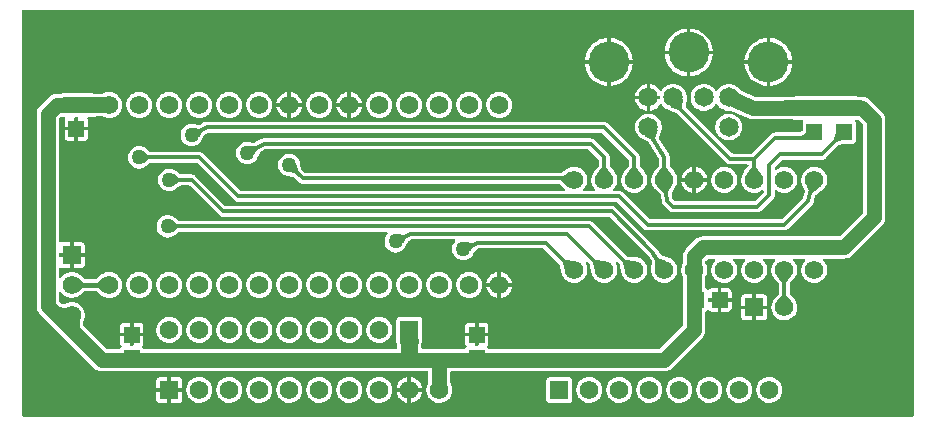
<source format=gtl>
G04 Layer: TopLayer*
G04 EasyEDA v6.5.39, 2024-02-04 18:14:41*
G04 2f83d60dcc7a4208ae63cd86e36a5a3b,5509f98a9368439c9cde498926e245b9,10*
G04 Gerber Generator version 0.2*
G04 Scale: 100 percent, Rotated: No, Reflected: No *
G04 Dimensions in inches *
G04 leading zeros omitted , absolute positions ,3 integer and 6 decimal *
%FSLAX36Y36*%
%MOIN*%

%AMMACRO1*21,1,$1,$2,0,0,$3*%
%ADD10C,0.0120*%
%ADD11C,0.0500*%
%ADD12C,0.0150*%
%ADD13MACRO1,0.0532X0.0555X0.0000*%
%ADD14R,0.0532X0.0555*%
%ADD15MACRO1,0.0531X0.0555X0.0000*%
%ADD16MACRO1,0.0531X0.0555X-90.0000*%
%ADD17C,0.0620*%
%ADD18R,0.0620X0.0620*%
%ADD19C,0.0650*%
%ADD20C,0.1358*%
%ADD21R,0.0620X0.0630*%
%ADD22R,0.0119X0.0630*%

%LPD*%
G36*
X14200Y10200D02*
G01*
X12660Y10500D01*
X11379Y11379D01*
X10500Y12660D01*
X10200Y14200D01*
X10200Y1363740D01*
X10500Y1365280D01*
X11379Y1366579D01*
X12660Y1367440D01*
X14200Y1367740D01*
X2977919Y1367740D01*
X2979440Y1367440D01*
X2980740Y1366579D01*
X2981620Y1365280D01*
X2981920Y1363740D01*
X2981920Y14200D01*
X2981620Y12660D01*
X2980740Y11379D01*
X2979440Y10500D01*
X2977919Y10200D01*
G37*

%LPC*%
G36*
X469200Y56800D02*
G01*
X494000Y56800D01*
X494000Y94000D01*
X456800Y94000D01*
X456800Y69200D01*
X457060Y66620D01*
X457740Y64340D01*
X458880Y62240D01*
X460379Y60380D01*
X462239Y58880D01*
X464340Y57740D01*
X466620Y57060D01*
G37*
G36*
X506000Y56800D02*
G01*
X530800Y56800D01*
X533380Y57060D01*
X535660Y57740D01*
X537760Y58880D01*
X539620Y60380D01*
X541120Y62240D01*
X542260Y64340D01*
X542940Y66620D01*
X543200Y69200D01*
X543200Y94000D01*
X506000Y94000D01*
G37*
G36*
X1769199Y56800D02*
G01*
X1830800Y56800D01*
X1833380Y57060D01*
X1835660Y57740D01*
X1837760Y58880D01*
X1839620Y60380D01*
X1841120Y62240D01*
X1842260Y64340D01*
X1842940Y66620D01*
X1843200Y69200D01*
X1843200Y130800D01*
X1842940Y133380D01*
X1842260Y135660D01*
X1841120Y137760D01*
X1839620Y139620D01*
X1837760Y141120D01*
X1835660Y142260D01*
X1833380Y142940D01*
X1830800Y143200D01*
X1769199Y143200D01*
X1766620Y142940D01*
X1764340Y142260D01*
X1762240Y141120D01*
X1760380Y139620D01*
X1758880Y137760D01*
X1757740Y135660D01*
X1757060Y133380D01*
X1756800Y130800D01*
X1756800Y69200D01*
X1757060Y66620D01*
X1757740Y64340D01*
X1758880Y62240D01*
X1760380Y60380D01*
X1762240Y58880D01*
X1764340Y57740D01*
X1766620Y57060D01*
G37*
G36*
X801380Y56840D02*
G01*
X806900Y57360D01*
X812280Y58600D01*
X817480Y60500D01*
X822400Y63060D01*
X826919Y66240D01*
X831020Y69960D01*
X834620Y74160D01*
X837640Y78800D01*
X840040Y83800D01*
X841780Y89040D01*
X842840Y94480D01*
X843199Y100000D01*
X842840Y105520D01*
X841780Y110960D01*
X840040Y116199D01*
X837640Y121199D01*
X834620Y125840D01*
X831020Y130040D01*
X826919Y133760D01*
X822400Y136940D01*
X817480Y139500D01*
X812280Y141400D01*
X806900Y142640D01*
X801380Y143160D01*
X795860Y143000D01*
X790380Y142100D01*
X785080Y140540D01*
X780020Y138300D01*
X775280Y135420D01*
X770960Y131980D01*
X767120Y128000D01*
X763800Y123560D01*
X761080Y118740D01*
X759000Y113620D01*
X757600Y108260D01*
X756900Y102760D01*
X756900Y97240D01*
X757600Y91740D01*
X759000Y86380D01*
X761080Y81260D01*
X763800Y76440D01*
X767120Y72000D01*
X770960Y68020D01*
X775280Y64580D01*
X780020Y61700D01*
X785080Y59460D01*
X790380Y57900D01*
X795860Y57000D01*
G37*
G36*
X2101380Y56840D02*
G01*
X2106900Y57360D01*
X2112280Y58600D01*
X2117480Y60500D01*
X2122400Y63060D01*
X2126920Y66240D01*
X2131020Y69960D01*
X2134620Y74160D01*
X2137640Y78800D01*
X2140040Y83800D01*
X2141780Y89040D01*
X2142840Y94480D01*
X2143200Y100000D01*
X2142840Y105520D01*
X2141780Y110960D01*
X2140040Y116199D01*
X2137640Y121199D01*
X2134620Y125840D01*
X2131020Y130040D01*
X2126920Y133760D01*
X2122400Y136940D01*
X2117480Y139500D01*
X2112280Y141400D01*
X2106900Y142640D01*
X2101380Y143160D01*
X2095860Y143000D01*
X2090380Y142100D01*
X2085080Y140540D01*
X2080020Y138300D01*
X2075280Y135420D01*
X2070960Y131980D01*
X2067120Y128000D01*
X2063800Y123560D01*
X2061080Y118740D01*
X2059000Y113620D01*
X2057600Y108260D01*
X2056900Y102760D01*
X2056900Y97240D01*
X2057600Y91740D01*
X2059000Y86380D01*
X2061080Y81260D01*
X2063800Y76440D01*
X2067120Y72000D01*
X2070960Y68020D01*
X2075280Y64580D01*
X2080020Y61700D01*
X2085080Y59460D01*
X2090380Y57900D01*
X2095860Y57000D01*
G37*
G36*
X1001380Y56840D02*
G01*
X1006900Y57360D01*
X1012280Y58600D01*
X1017480Y60500D01*
X1022400Y63060D01*
X1026919Y66240D01*
X1031020Y69960D01*
X1034620Y74160D01*
X1037640Y78800D01*
X1040040Y83800D01*
X1041780Y89040D01*
X1042840Y94480D01*
X1043199Y100000D01*
X1042840Y105520D01*
X1041780Y110960D01*
X1040040Y116199D01*
X1037640Y121199D01*
X1034620Y125840D01*
X1031020Y130040D01*
X1026919Y133760D01*
X1022400Y136940D01*
X1017480Y139500D01*
X1012280Y141400D01*
X1006900Y142640D01*
X1001380Y143160D01*
X995860Y143000D01*
X990380Y142100D01*
X985080Y140540D01*
X980020Y138300D01*
X975280Y135420D01*
X970960Y131980D01*
X967120Y128000D01*
X963800Y123560D01*
X961080Y118740D01*
X959000Y113620D01*
X957600Y108260D01*
X956900Y102760D01*
X956900Y97240D01*
X957600Y91740D01*
X959000Y86380D01*
X961080Y81260D01*
X963800Y76440D01*
X967120Y72000D01*
X970960Y68020D01*
X975280Y64580D01*
X980020Y61700D01*
X985080Y59460D01*
X990380Y57900D01*
X995860Y57000D01*
G37*
G36*
X1101380Y56840D02*
G01*
X1106900Y57360D01*
X1112280Y58600D01*
X1117480Y60500D01*
X1122400Y63060D01*
X1126920Y66240D01*
X1131020Y69960D01*
X1134620Y74160D01*
X1137640Y78800D01*
X1140040Y83800D01*
X1141780Y89040D01*
X1142840Y94480D01*
X1143200Y100000D01*
X1142840Y105520D01*
X1141780Y110960D01*
X1140040Y116199D01*
X1137640Y121199D01*
X1134620Y125840D01*
X1131020Y130040D01*
X1126920Y133760D01*
X1122400Y136940D01*
X1117480Y139500D01*
X1112280Y141400D01*
X1106900Y142640D01*
X1101380Y143160D01*
X1095860Y143000D01*
X1090380Y142100D01*
X1085080Y140540D01*
X1080020Y138300D01*
X1075280Y135420D01*
X1070960Y131980D01*
X1067120Y128000D01*
X1063800Y123560D01*
X1061080Y118740D01*
X1059000Y113620D01*
X1057600Y108260D01*
X1056900Y102760D01*
X1056900Y97240D01*
X1057600Y91740D01*
X1059000Y86380D01*
X1061080Y81260D01*
X1063800Y76440D01*
X1067120Y72000D01*
X1070960Y68020D01*
X1075280Y64580D01*
X1080020Y61700D01*
X1085080Y59460D01*
X1090380Y57900D01*
X1095860Y57000D01*
G37*
G36*
X2001380Y56840D02*
G01*
X2006900Y57360D01*
X2012280Y58600D01*
X2017480Y60500D01*
X2022400Y63060D01*
X2026920Y66240D01*
X2031020Y69960D01*
X2034620Y74160D01*
X2037640Y78800D01*
X2040040Y83800D01*
X2041780Y89040D01*
X2042840Y94480D01*
X2043200Y100000D01*
X2042840Y105520D01*
X2041780Y110960D01*
X2040040Y116199D01*
X2037640Y121199D01*
X2034620Y125840D01*
X2031020Y130040D01*
X2026920Y133760D01*
X2022400Y136940D01*
X2017480Y139500D01*
X2012280Y141400D01*
X2006900Y142640D01*
X2001380Y143160D01*
X1995860Y143000D01*
X1990380Y142100D01*
X1985080Y140540D01*
X1980020Y138300D01*
X1975280Y135420D01*
X1970960Y131980D01*
X1967120Y128000D01*
X1963800Y123560D01*
X1961080Y118740D01*
X1959000Y113620D01*
X1957600Y108260D01*
X1956900Y102760D01*
X1956900Y97240D01*
X1957600Y91740D01*
X1959000Y86380D01*
X1961080Y81260D01*
X1963800Y76440D01*
X1967120Y72000D01*
X1970960Y68020D01*
X1975280Y64580D01*
X1980020Y61700D01*
X1985080Y59460D01*
X1990380Y57900D01*
X1995860Y57000D01*
G37*
G36*
X2201380Y56840D02*
G01*
X2206900Y57360D01*
X2212280Y58600D01*
X2217480Y60500D01*
X2222400Y63060D01*
X2226920Y66240D01*
X2231020Y69960D01*
X2234620Y74160D01*
X2237640Y78800D01*
X2240040Y83800D01*
X2241780Y89040D01*
X2242840Y94480D01*
X2243200Y100000D01*
X2242840Y105520D01*
X2241780Y110960D01*
X2240040Y116199D01*
X2237640Y121199D01*
X2234620Y125840D01*
X2231020Y130040D01*
X2226920Y133760D01*
X2222400Y136940D01*
X2217480Y139500D01*
X2212280Y141400D01*
X2206900Y142640D01*
X2201380Y143160D01*
X2195860Y143000D01*
X2190380Y142100D01*
X2185080Y140540D01*
X2180020Y138300D01*
X2175280Y135420D01*
X2170960Y131980D01*
X2167120Y128000D01*
X2163800Y123560D01*
X2161080Y118740D01*
X2159000Y113620D01*
X2157600Y108260D01*
X2156900Y102760D01*
X2156900Y97240D01*
X2157600Y91740D01*
X2159000Y86380D01*
X2161080Y81260D01*
X2163800Y76440D01*
X2167120Y72000D01*
X2170960Y68020D01*
X2175280Y64580D01*
X2180020Y61700D01*
X2185080Y59460D01*
X2190380Y57900D01*
X2195860Y57000D01*
G37*
G36*
X2301380Y56840D02*
G01*
X2306900Y57360D01*
X2312280Y58600D01*
X2317480Y60500D01*
X2322400Y63060D01*
X2326920Y66240D01*
X2331020Y69960D01*
X2334620Y74160D01*
X2337640Y78800D01*
X2340040Y83800D01*
X2341780Y89040D01*
X2342840Y94480D01*
X2343200Y100000D01*
X2342840Y105520D01*
X2341780Y110960D01*
X2340040Y116199D01*
X2337640Y121199D01*
X2334620Y125840D01*
X2331020Y130040D01*
X2326920Y133760D01*
X2322400Y136940D01*
X2317480Y139500D01*
X2312280Y141400D01*
X2306900Y142640D01*
X2301380Y143160D01*
X2295860Y143000D01*
X2290380Y142100D01*
X2285080Y140540D01*
X2280020Y138300D01*
X2275280Y135420D01*
X2270960Y131980D01*
X2267120Y128000D01*
X2263800Y123560D01*
X2261080Y118740D01*
X2259000Y113620D01*
X2257600Y108260D01*
X2256900Y102760D01*
X2256900Y97240D01*
X2257600Y91740D01*
X2259000Y86380D01*
X2261080Y81260D01*
X2263800Y76440D01*
X2267120Y72000D01*
X2270960Y68020D01*
X2275280Y64580D01*
X2280020Y61700D01*
X2285080Y59460D01*
X2290380Y57900D01*
X2295860Y57000D01*
G37*
G36*
X1901380Y56840D02*
G01*
X1906900Y57360D01*
X1912280Y58600D01*
X1917480Y60500D01*
X1922400Y63060D01*
X1926920Y66240D01*
X1931020Y69960D01*
X1934620Y74160D01*
X1937640Y78800D01*
X1940040Y83800D01*
X1941780Y89040D01*
X1942840Y94480D01*
X1943200Y100000D01*
X1942840Y105520D01*
X1941780Y110960D01*
X1940040Y116199D01*
X1937640Y121199D01*
X1934620Y125840D01*
X1931020Y130040D01*
X1926920Y133760D01*
X1922400Y136940D01*
X1917480Y139500D01*
X1912280Y141400D01*
X1906900Y142640D01*
X1901380Y143160D01*
X1895860Y143000D01*
X1890380Y142100D01*
X1885080Y140540D01*
X1880020Y138300D01*
X1875280Y135420D01*
X1870960Y131980D01*
X1867120Y128000D01*
X1863800Y123560D01*
X1861080Y118740D01*
X1859000Y113620D01*
X1857600Y108260D01*
X1856900Y102760D01*
X1856900Y97240D01*
X1857600Y91740D01*
X1859000Y86380D01*
X1861080Y81260D01*
X1863800Y76440D01*
X1867120Y72000D01*
X1870960Y68020D01*
X1875280Y64580D01*
X1880020Y61700D01*
X1885080Y59460D01*
X1890380Y57900D01*
X1895860Y57000D01*
G37*
G36*
X901380Y56840D02*
G01*
X906900Y57360D01*
X912280Y58600D01*
X917480Y60500D01*
X922400Y63060D01*
X926919Y66240D01*
X931020Y69960D01*
X934620Y74160D01*
X937640Y78800D01*
X940040Y83800D01*
X941780Y89040D01*
X942840Y94480D01*
X943199Y100000D01*
X942840Y105520D01*
X941780Y110960D01*
X940040Y116199D01*
X937640Y121199D01*
X934620Y125840D01*
X931020Y130040D01*
X926919Y133760D01*
X922400Y136940D01*
X917480Y139500D01*
X912280Y141400D01*
X906900Y142640D01*
X901380Y143160D01*
X895860Y143000D01*
X890380Y142100D01*
X885080Y140540D01*
X880020Y138300D01*
X875280Y135420D01*
X870960Y131980D01*
X867120Y128000D01*
X863800Y123560D01*
X861080Y118740D01*
X859000Y113620D01*
X857600Y108260D01*
X856900Y102760D01*
X856900Y97240D01*
X857600Y91740D01*
X859000Y86380D01*
X861080Y81260D01*
X863800Y76440D01*
X867120Y72000D01*
X870960Y68020D01*
X875280Y64580D01*
X880020Y61700D01*
X885080Y59460D01*
X890380Y57900D01*
X895860Y57000D01*
G37*
G36*
X1201380Y56840D02*
G01*
X1206900Y57360D01*
X1212280Y58600D01*
X1217480Y60500D01*
X1222400Y63060D01*
X1226920Y66240D01*
X1231020Y69960D01*
X1234620Y74160D01*
X1237640Y78800D01*
X1240040Y83800D01*
X1241780Y89040D01*
X1242840Y94480D01*
X1243200Y100000D01*
X1242840Y105520D01*
X1241780Y110960D01*
X1240040Y116199D01*
X1237640Y121199D01*
X1234620Y125840D01*
X1231020Y130040D01*
X1226920Y133760D01*
X1222400Y136940D01*
X1217480Y139500D01*
X1212280Y141400D01*
X1206900Y142640D01*
X1201380Y143160D01*
X1195860Y143000D01*
X1190380Y142100D01*
X1185080Y140540D01*
X1180020Y138300D01*
X1175280Y135420D01*
X1170960Y131980D01*
X1167120Y128000D01*
X1163800Y123560D01*
X1161080Y118740D01*
X1159000Y113620D01*
X1157600Y108260D01*
X1156900Y102760D01*
X1156900Y97240D01*
X1157600Y91740D01*
X1159000Y86380D01*
X1161080Y81260D01*
X1163800Y76440D01*
X1167120Y72000D01*
X1170960Y68020D01*
X1175280Y64580D01*
X1180020Y61700D01*
X1185080Y59460D01*
X1190380Y57900D01*
X1195860Y57000D01*
G37*
G36*
X601380Y56840D02*
G01*
X606900Y57360D01*
X612280Y58600D01*
X617480Y60500D01*
X622400Y63060D01*
X626920Y66240D01*
X631020Y69960D01*
X634620Y74160D01*
X637640Y78800D01*
X640040Y83800D01*
X641780Y89040D01*
X642840Y94480D01*
X643199Y100000D01*
X642840Y105520D01*
X641780Y110960D01*
X640040Y116199D01*
X637640Y121199D01*
X634620Y125840D01*
X631020Y130040D01*
X626920Y133760D01*
X622400Y136940D01*
X617480Y139500D01*
X612280Y141400D01*
X606900Y142640D01*
X601380Y143160D01*
X595860Y143000D01*
X590380Y142100D01*
X585080Y140540D01*
X580020Y138300D01*
X575280Y135420D01*
X570960Y131980D01*
X567120Y128000D01*
X563800Y123560D01*
X561080Y118740D01*
X559000Y113620D01*
X557600Y108260D01*
X556900Y102760D01*
X556900Y97240D01*
X557600Y91740D01*
X559000Y86380D01*
X561080Y81260D01*
X563800Y76440D01*
X567120Y72000D01*
X570960Y68020D01*
X575280Y64580D01*
X580020Y61700D01*
X585080Y59460D01*
X590380Y57900D01*
X595860Y57000D01*
G37*
G36*
X701380Y56840D02*
G01*
X706900Y57360D01*
X712280Y58600D01*
X717480Y60500D01*
X722400Y63060D01*
X726919Y66240D01*
X731020Y69960D01*
X734620Y74160D01*
X737640Y78800D01*
X740040Y83800D01*
X741780Y89040D01*
X742840Y94480D01*
X743199Y100000D01*
X742840Y105520D01*
X741780Y110960D01*
X740040Y116199D01*
X737640Y121199D01*
X734620Y125840D01*
X731020Y130040D01*
X726919Y133760D01*
X722400Y136940D01*
X717480Y139500D01*
X712280Y141400D01*
X706900Y142640D01*
X701380Y143160D01*
X695860Y143000D01*
X690380Y142100D01*
X685080Y140540D01*
X680020Y138300D01*
X675280Y135420D01*
X670960Y131980D01*
X667120Y128000D01*
X663800Y123560D01*
X661080Y118740D01*
X659000Y113620D01*
X657600Y108260D01*
X656900Y102760D01*
X656900Y97240D01*
X657600Y91740D01*
X659000Y86380D01*
X661080Y81260D01*
X663800Y76440D01*
X667120Y72000D01*
X670960Y68020D01*
X675280Y64580D01*
X680020Y61700D01*
X685080Y59460D01*
X690380Y57900D01*
X695860Y57000D01*
G37*
G36*
X2501380Y56840D02*
G01*
X2506900Y57360D01*
X2512280Y58600D01*
X2517480Y60500D01*
X2522400Y63060D01*
X2526920Y66240D01*
X2531020Y69960D01*
X2534620Y74160D01*
X2537640Y78800D01*
X2540040Y83800D01*
X2541780Y89040D01*
X2542840Y94480D01*
X2543200Y100000D01*
X2542840Y105520D01*
X2541780Y110960D01*
X2540040Y116199D01*
X2537640Y121199D01*
X2534620Y125840D01*
X2531020Y130040D01*
X2526920Y133760D01*
X2522400Y136940D01*
X2517480Y139500D01*
X2512280Y141400D01*
X2506900Y142640D01*
X2501380Y143160D01*
X2495860Y143000D01*
X2490380Y142100D01*
X2485080Y140540D01*
X2480020Y138300D01*
X2475280Y135420D01*
X2470960Y131980D01*
X2467120Y128000D01*
X2463800Y123560D01*
X2461080Y118740D01*
X2459000Y113620D01*
X2457600Y108260D01*
X2456900Y102760D01*
X2456900Y97240D01*
X2457600Y91740D01*
X2459000Y86380D01*
X2461080Y81260D01*
X2463800Y76440D01*
X2467120Y72000D01*
X2470960Y68020D01*
X2475280Y64580D01*
X2480020Y61700D01*
X2485080Y59460D01*
X2490380Y57900D01*
X2495860Y57000D01*
G37*
G36*
X2401380Y56840D02*
G01*
X2406900Y57360D01*
X2412280Y58600D01*
X2417480Y60500D01*
X2422400Y63060D01*
X2426920Y66240D01*
X2431020Y69960D01*
X2434620Y74160D01*
X2437640Y78800D01*
X2440040Y83800D01*
X2441780Y89040D01*
X2442840Y94480D01*
X2443200Y100000D01*
X2442840Y105520D01*
X2441780Y110960D01*
X2440040Y116199D01*
X2437640Y121199D01*
X2434620Y125840D01*
X2431020Y130040D01*
X2426920Y133760D01*
X2422400Y136940D01*
X2417480Y139500D01*
X2412280Y141400D01*
X2406900Y142640D01*
X2401380Y143160D01*
X2395860Y143000D01*
X2390380Y142100D01*
X2385080Y140540D01*
X2380020Y138300D01*
X2375280Y135420D01*
X2370960Y131980D01*
X2367120Y128000D01*
X2363800Y123560D01*
X2361080Y118740D01*
X2359000Y113620D01*
X2357600Y108260D01*
X2356900Y102760D01*
X2356900Y97240D01*
X2357600Y91740D01*
X2359000Y86380D01*
X2361080Y81260D01*
X2363800Y76440D01*
X2367120Y72000D01*
X2370960Y68020D01*
X2375280Y64580D01*
X2380020Y61700D01*
X2385080Y59460D01*
X2390380Y57900D01*
X2395860Y57000D01*
G37*
G36*
X1401380Y56840D02*
G01*
X1406900Y57360D01*
X1412280Y58600D01*
X1417480Y60500D01*
X1422400Y63060D01*
X1426920Y66240D01*
X1431020Y69960D01*
X1434620Y74160D01*
X1437640Y78800D01*
X1440040Y83800D01*
X1441780Y89040D01*
X1442840Y94480D01*
X1443200Y100000D01*
X1442840Y105520D01*
X1441780Y110960D01*
X1440040Y116199D01*
X1437600Y121280D01*
X1437200Y123000D01*
X1437200Y158800D01*
X1437500Y160340D01*
X1438380Y161620D01*
X1439660Y162500D01*
X1441200Y162800D01*
X2149900Y162800D01*
X2153880Y163000D01*
X2155000Y163140D01*
X2158880Y163880D01*
X2159980Y164160D01*
X2163700Y165420D01*
X2164760Y165859D01*
X2168300Y167600D01*
X2172540Y170400D01*
X2173420Y171100D01*
X2176380Y173760D01*
X2276240Y273620D01*
X2278900Y276580D01*
X2279600Y277460D01*
X2282400Y281700D01*
X2284140Y285240D01*
X2284580Y286300D01*
X2285840Y290020D01*
X2286120Y291120D01*
X2286860Y295000D01*
X2287000Y296120D01*
X2287200Y300100D01*
X2287200Y359320D01*
X2287460Y360740D01*
X2288200Y361960D01*
X2289320Y362840D01*
X2290120Y363280D01*
X2292420Y365220D01*
X2293620Y365920D01*
X2295000Y366160D01*
X2296380Y365920D01*
X2297580Y365220D01*
X2299880Y363280D01*
X2301960Y362180D01*
X2304240Y361480D01*
X2306820Y361220D01*
X2328380Y361220D01*
X2328380Y394000D01*
X2299580Y394000D01*
X2298060Y394300D01*
X2296760Y395180D01*
X2295880Y396460D01*
X2295580Y398000D01*
X2295580Y402000D01*
X2295880Y403540D01*
X2296760Y404820D01*
X2298060Y405700D01*
X2299580Y406000D01*
X2328380Y406000D01*
X2328380Y438780D01*
X2306820Y438780D01*
X2304240Y438519D01*
X2301960Y437819D01*
X2299880Y436719D01*
X2297580Y434780D01*
X2296380Y434080D01*
X2295000Y433840D01*
X2293620Y434080D01*
X2292420Y434780D01*
X2290120Y436719D01*
X2289320Y437160D01*
X2288200Y438040D01*
X2287460Y439260D01*
X2287200Y440680D01*
X2287200Y477160D01*
X2287340Y478180D01*
X2287720Y479120D01*
X2288920Y481260D01*
X2291000Y486380D01*
X2292400Y491740D01*
X2293100Y497239D01*
X2293100Y502760D01*
X2292400Y508260D01*
X2291000Y513620D01*
X2288920Y518740D01*
X2287720Y520880D01*
X2287340Y521820D01*
X2287200Y522840D01*
X2287200Y527940D01*
X2287500Y529460D01*
X2288380Y530760D01*
X2294240Y536620D01*
X2295540Y537500D01*
X2297060Y537800D01*
X2317160Y537800D01*
X2318720Y537480D01*
X2320020Y536580D01*
X2320880Y535240D01*
X2321160Y533680D01*
X2320780Y532120D01*
X2319840Y530840D01*
X2318980Y530040D01*
X2315380Y525840D01*
X2312360Y521200D01*
X2309960Y516200D01*
X2308220Y510959D01*
X2307160Y505520D01*
X2306800Y500000D01*
X2307160Y494480D01*
X2308220Y489040D01*
X2309960Y483800D01*
X2312360Y478800D01*
X2315380Y474159D01*
X2318980Y469960D01*
X2323080Y466240D01*
X2327600Y463060D01*
X2332520Y460500D01*
X2337720Y458600D01*
X2343100Y457360D01*
X2348620Y456840D01*
X2354140Y457000D01*
X2359620Y457900D01*
X2364920Y459460D01*
X2369980Y461700D01*
X2374720Y464580D01*
X2379040Y468020D01*
X2382880Y472000D01*
X2386200Y476440D01*
X2388920Y481260D01*
X2391000Y486380D01*
X2392400Y491740D01*
X2393100Y497239D01*
X2393100Y502760D01*
X2392400Y508260D01*
X2391000Y513620D01*
X2388920Y518740D01*
X2386200Y523560D01*
X2382880Y528000D01*
X2379960Y531020D01*
X2379120Y532320D01*
X2378840Y533840D01*
X2379160Y535360D01*
X2380020Y536640D01*
X2381320Y537500D01*
X2382840Y537800D01*
X2417160Y537800D01*
X2418720Y537480D01*
X2420020Y536580D01*
X2420880Y535240D01*
X2421160Y533680D01*
X2420780Y532120D01*
X2419840Y530840D01*
X2418980Y530040D01*
X2415380Y525840D01*
X2412360Y521200D01*
X2409960Y516200D01*
X2408220Y510959D01*
X2407160Y505520D01*
X2406800Y500000D01*
X2407160Y494480D01*
X2408220Y489040D01*
X2409960Y483800D01*
X2412360Y478800D01*
X2415380Y474159D01*
X2418980Y469960D01*
X2423080Y466240D01*
X2427600Y463060D01*
X2432520Y460500D01*
X2437720Y458600D01*
X2443100Y457360D01*
X2448620Y456840D01*
X2454140Y457000D01*
X2459620Y457900D01*
X2464920Y459460D01*
X2469980Y461700D01*
X2474720Y464580D01*
X2479040Y468020D01*
X2482880Y472000D01*
X2486200Y476440D01*
X2488920Y481260D01*
X2491000Y486380D01*
X2492400Y491740D01*
X2493100Y497239D01*
X2493100Y502760D01*
X2492400Y508260D01*
X2491000Y513620D01*
X2488920Y518740D01*
X2486200Y523560D01*
X2482880Y528000D01*
X2479960Y531020D01*
X2479120Y532320D01*
X2478840Y533840D01*
X2479160Y535360D01*
X2480020Y536640D01*
X2481320Y537500D01*
X2482840Y537800D01*
X2517160Y537800D01*
X2518720Y537480D01*
X2520020Y536580D01*
X2520880Y535240D01*
X2521160Y533680D01*
X2520780Y532120D01*
X2519840Y530840D01*
X2518980Y530040D01*
X2515380Y525840D01*
X2512360Y521200D01*
X2509960Y516200D01*
X2508220Y510959D01*
X2507160Y505520D01*
X2506800Y500000D01*
X2507160Y494480D01*
X2508220Y489040D01*
X2509960Y483800D01*
X2512360Y478800D01*
X2515420Y474120D01*
X2530940Y454620D01*
X2531580Y453459D01*
X2531800Y452140D01*
X2531800Y422860D01*
X2531580Y421540D01*
X2530940Y420360D01*
X2517320Y403260D01*
X2513800Y398560D01*
X2511080Y393740D01*
X2509000Y388620D01*
X2507600Y383260D01*
X2506900Y377760D01*
X2506900Y372239D01*
X2507600Y366740D01*
X2509000Y361380D01*
X2511080Y356260D01*
X2513800Y351440D01*
X2517120Y347000D01*
X2520960Y343020D01*
X2525280Y339580D01*
X2530020Y336700D01*
X2535080Y334460D01*
X2540380Y332900D01*
X2545860Y332000D01*
X2551380Y331840D01*
X2556900Y332360D01*
X2562280Y333600D01*
X2567480Y335500D01*
X2572400Y338060D01*
X2576920Y341240D01*
X2581019Y344960D01*
X2584620Y349159D01*
X2587640Y353800D01*
X2590040Y358800D01*
X2591780Y364040D01*
X2592840Y369480D01*
X2593200Y375000D01*
X2592840Y380520D01*
X2591780Y385959D01*
X2590040Y391200D01*
X2587640Y396200D01*
X2584580Y400880D01*
X2569060Y420360D01*
X2568420Y421540D01*
X2568200Y422860D01*
X2568200Y452140D01*
X2568420Y453459D01*
X2569060Y454620D01*
X2582679Y471740D01*
X2586200Y476440D01*
X2588920Y481260D01*
X2591000Y486380D01*
X2592400Y491740D01*
X2593100Y497239D01*
X2593100Y502760D01*
X2592400Y508260D01*
X2591000Y513620D01*
X2588920Y518740D01*
X2586200Y523560D01*
X2582880Y528000D01*
X2579960Y531020D01*
X2579120Y532320D01*
X2578840Y533840D01*
X2579160Y535360D01*
X2580020Y536640D01*
X2581320Y537500D01*
X2582840Y537800D01*
X2617160Y537800D01*
X2618720Y537480D01*
X2620020Y536580D01*
X2620880Y535240D01*
X2621160Y533680D01*
X2620779Y532120D01*
X2619840Y530840D01*
X2618980Y530040D01*
X2615380Y525840D01*
X2612360Y521200D01*
X2609960Y516200D01*
X2608220Y510959D01*
X2607160Y505520D01*
X2606800Y500000D01*
X2607160Y494480D01*
X2608220Y489040D01*
X2609960Y483800D01*
X2612360Y478800D01*
X2615380Y474159D01*
X2618980Y469960D01*
X2623080Y466240D01*
X2627600Y463060D01*
X2632520Y460500D01*
X2637720Y458600D01*
X2643100Y457360D01*
X2648620Y456840D01*
X2654140Y457000D01*
X2659620Y457900D01*
X2664920Y459460D01*
X2669980Y461700D01*
X2674720Y464580D01*
X2679040Y468020D01*
X2682880Y472000D01*
X2686200Y476440D01*
X2688920Y481260D01*
X2691000Y486380D01*
X2692400Y491740D01*
X2693100Y497239D01*
X2693100Y502760D01*
X2692400Y508260D01*
X2691000Y513620D01*
X2688920Y518740D01*
X2686200Y523560D01*
X2682880Y528000D01*
X2679960Y531020D01*
X2679120Y532320D01*
X2678840Y533840D01*
X2679160Y535360D01*
X2680020Y536640D01*
X2681320Y537500D01*
X2682840Y537800D01*
X2749900Y537800D01*
X2753880Y538000D01*
X2755000Y538140D01*
X2758880Y538880D01*
X2759980Y539160D01*
X2763700Y540420D01*
X2764760Y540860D01*
X2768300Y542600D01*
X2772540Y545400D01*
X2773420Y546100D01*
X2776380Y548760D01*
X2876240Y648620D01*
X2878900Y651580D01*
X2879600Y652460D01*
X2882400Y656700D01*
X2884140Y660240D01*
X2884580Y661300D01*
X2885840Y665020D01*
X2886120Y666120D01*
X2886860Y670000D01*
X2887000Y671120D01*
X2887200Y675100D01*
X2887200Y999900D01*
X2887000Y1003880D01*
X2886860Y1005000D01*
X2886120Y1008880D01*
X2885840Y1009980D01*
X2884580Y1013700D01*
X2884140Y1014760D01*
X2882400Y1018300D01*
X2879600Y1022540D01*
X2878900Y1023420D01*
X2876240Y1026380D01*
X2836380Y1066240D01*
X2833420Y1068900D01*
X2832540Y1069600D01*
X2828300Y1072400D01*
X2824760Y1074140D01*
X2823700Y1074580D01*
X2819980Y1075840D01*
X2818880Y1076120D01*
X2815000Y1076860D01*
X2813860Y1077000D01*
X2777420Y1079300D01*
X2723480Y1079320D01*
X2699880Y1078680D01*
X2676540Y1079320D01*
X2623060Y1079320D01*
X2548200Y1077200D01*
X2453620Y1077200D01*
X2452020Y1077540D01*
X2403600Y1098740D01*
X2402600Y1099360D01*
X2401820Y1100260D01*
X2401180Y1101260D01*
X2397600Y1105580D01*
X2393520Y1109420D01*
X2388980Y1112720D01*
X2384060Y1115420D01*
X2378840Y1117480D01*
X2373420Y1118880D01*
X2367840Y1119580D01*
X2362240Y1119580D01*
X2356660Y1118880D01*
X2351240Y1117480D01*
X2346020Y1115420D01*
X2341100Y1112720D01*
X2336560Y1109420D01*
X2332480Y1105580D01*
X2328900Y1101260D01*
X2327080Y1098380D01*
X2325960Y1097240D01*
X2324500Y1096620D01*
X2322900Y1096620D01*
X2321440Y1097240D01*
X2320320Y1098380D01*
X2318500Y1101260D01*
X2314920Y1105580D01*
X2310840Y1109420D01*
X2306300Y1112720D01*
X2301380Y1115420D01*
X2296160Y1117480D01*
X2290740Y1118880D01*
X2285160Y1119580D01*
X2279560Y1119580D01*
X2273980Y1118880D01*
X2268560Y1117480D01*
X2263340Y1115420D01*
X2258420Y1112720D01*
X2253880Y1109420D01*
X2249800Y1105580D01*
X2246220Y1101260D01*
X2243220Y1096520D01*
X2240820Y1091440D01*
X2239100Y1086100D01*
X2238040Y1080600D01*
X2237680Y1075000D01*
X2238040Y1069400D01*
X2239100Y1063900D01*
X2240820Y1058560D01*
X2243220Y1053480D01*
X2246220Y1048740D01*
X2249800Y1044419D01*
X2253880Y1040580D01*
X2258420Y1037280D01*
X2263340Y1034580D01*
X2268560Y1032520D01*
X2273980Y1031120D01*
X2279560Y1030420D01*
X2285160Y1030420D01*
X2290740Y1031120D01*
X2296160Y1032520D01*
X2301380Y1034580D01*
X2306300Y1037280D01*
X2310840Y1040580D01*
X2314920Y1044419D01*
X2318500Y1048740D01*
X2320320Y1051620D01*
X2321440Y1052760D01*
X2322900Y1053380D01*
X2324500Y1053380D01*
X2325960Y1052760D01*
X2327080Y1051620D01*
X2328900Y1048740D01*
X2332480Y1044419D01*
X2336560Y1040580D01*
X2341100Y1037280D01*
X2346020Y1034580D01*
X2351240Y1032520D01*
X2356660Y1031120D01*
X2362240Y1030420D01*
X2367840Y1030420D01*
X2371620Y1030900D01*
X2372700Y1030879D01*
X2373720Y1030580D01*
X2429960Y1005980D01*
X2434860Y1004220D01*
X2439820Y1003180D01*
X2445140Y1002800D01*
X2548240Y1002800D01*
X2609420Y1000040D01*
X2610980Y999640D01*
X2612240Y998680D01*
X2613039Y997280D01*
X2613220Y995680D01*
X2612760Y994160D01*
X2612180Y993040D01*
X2611480Y990759D01*
X2611220Y988180D01*
X2611220Y965020D01*
X2610960Y963580D01*
X2610179Y962320D01*
X2609020Y961440D01*
X2603380Y958620D01*
X2601600Y958199D01*
X2519300Y958180D01*
X2515840Y957700D01*
X2512660Y956640D01*
X2509720Y955000D01*
X2507000Y952740D01*
X2443300Y889040D01*
X2442000Y888180D01*
X2440480Y887860D01*
X2379520Y887860D01*
X2378000Y888180D01*
X2376700Y889040D01*
X2222420Y1043319D01*
X2221700Y1044300D01*
X2221320Y1045440D01*
X2221280Y1046660D01*
X2224320Y1069320D01*
X2224680Y1075000D01*
X2224320Y1080600D01*
X2223260Y1086100D01*
X2221540Y1091440D01*
X2219140Y1096520D01*
X2216140Y1101260D01*
X2212560Y1105580D01*
X2208480Y1109420D01*
X2203940Y1112720D01*
X2199020Y1115420D01*
X2193800Y1117480D01*
X2188380Y1118880D01*
X2182800Y1119580D01*
X2177200Y1119580D01*
X2171620Y1118880D01*
X2166200Y1117480D01*
X2160980Y1115420D01*
X2156060Y1112720D01*
X2151520Y1109420D01*
X2147440Y1105580D01*
X2143860Y1101260D01*
X2142040Y1098380D01*
X2140920Y1097240D01*
X2139460Y1096620D01*
X2137860Y1096620D01*
X2136400Y1097240D01*
X2135280Y1098380D01*
X2133460Y1101260D01*
X2129880Y1105580D01*
X2125800Y1109420D01*
X2121260Y1112720D01*
X2116340Y1115420D01*
X2111120Y1117480D01*
X2105700Y1118880D01*
X2103320Y1119180D01*
X2103320Y1081000D01*
X2131440Y1081000D01*
X2133040Y1080680D01*
X2134360Y1079740D01*
X2135200Y1078360D01*
X2135440Y1076740D01*
X2135320Y1075000D01*
X2135440Y1073260D01*
X2135200Y1071640D01*
X2134360Y1070260D01*
X2133040Y1069320D01*
X2131440Y1069000D01*
X2103320Y1069000D01*
X2103320Y1030819D01*
X2105700Y1031120D01*
X2111120Y1032520D01*
X2116340Y1034580D01*
X2121260Y1037280D01*
X2125800Y1040580D01*
X2129880Y1044419D01*
X2133460Y1048740D01*
X2135280Y1051620D01*
X2136400Y1052760D01*
X2137860Y1053380D01*
X2139460Y1053380D01*
X2140920Y1052760D01*
X2142040Y1051620D01*
X2143860Y1048740D01*
X2147440Y1044419D01*
X2151520Y1040580D01*
X2156060Y1037280D01*
X2160980Y1034580D01*
X2166400Y1032440D01*
X2190000Y1023740D01*
X2191460Y1022800D01*
X2357980Y856320D01*
X2360760Y854200D01*
X2363760Y852720D01*
X2367000Y851800D01*
X2370520Y851460D01*
X2427480Y851460D01*
X2428940Y851200D01*
X2430200Y850400D01*
X2431100Y849200D01*
X2431480Y847780D01*
X2431320Y846300D01*
X2430620Y844980D01*
X2417340Y828259D01*
X2416800Y827480D01*
X2415380Y825840D01*
X2412360Y821200D01*
X2409960Y816200D01*
X2408220Y810960D01*
X2407160Y805520D01*
X2406800Y800000D01*
X2407160Y794479D01*
X2408220Y789040D01*
X2409960Y783800D01*
X2412360Y778800D01*
X2415380Y774160D01*
X2418980Y769960D01*
X2423080Y766240D01*
X2427600Y763060D01*
X2432520Y760500D01*
X2437720Y758600D01*
X2443100Y757360D01*
X2448620Y756840D01*
X2454140Y757000D01*
X2459620Y757900D01*
X2464920Y759460D01*
X2469980Y761700D01*
X2474720Y764580D01*
X2475300Y765060D01*
X2476620Y765740D01*
X2478100Y765920D01*
X2479540Y765520D01*
X2480740Y764640D01*
X2481520Y763379D01*
X2481800Y761919D01*
X2481800Y759200D01*
X2481500Y757660D01*
X2480620Y756360D01*
X2453640Y729380D01*
X2452340Y728500D01*
X2450800Y728199D01*
X2189200Y728199D01*
X2187660Y728500D01*
X2186360Y729380D01*
X2178180Y737560D01*
X2177420Y738620D01*
X2177040Y739860D01*
X2174980Y755300D01*
X2175020Y756600D01*
X2175480Y757820D01*
X2186560Y777020D01*
X2188900Y781240D01*
X2191000Y786380D01*
X2192400Y791740D01*
X2193100Y797240D01*
X2193100Y802760D01*
X2192400Y808259D01*
X2191000Y813620D01*
X2188920Y818740D01*
X2186200Y823560D01*
X2182680Y828259D01*
X2169060Y845360D01*
X2168420Y846540D01*
X2168200Y847860D01*
X2168200Y874820D01*
X2167900Y878199D01*
X2167000Y881440D01*
X2165460Y884620D01*
X2133220Y937580D01*
X2132660Y939180D01*
X2132820Y940879D01*
X2139360Y961440D01*
X2139560Y962280D01*
X2140580Y965480D01*
X2141640Y970980D01*
X2142000Y976580D01*
X2141640Y982180D01*
X2140580Y987680D01*
X2138860Y993020D01*
X2136460Y998100D01*
X2133460Y1002840D01*
X2129880Y1007159D01*
X2125800Y1011000D01*
X2121260Y1014300D01*
X2116340Y1017000D01*
X2111120Y1019060D01*
X2105700Y1020460D01*
X2100120Y1021160D01*
X2094520Y1021160D01*
X2088940Y1020460D01*
X2083520Y1019060D01*
X2078300Y1017000D01*
X2073380Y1014300D01*
X2068839Y1011000D01*
X2064760Y1007159D01*
X2061180Y1002840D01*
X2058180Y998100D01*
X2055780Y993020D01*
X2054060Y987680D01*
X2053000Y982180D01*
X2052640Y976580D01*
X2053000Y970980D01*
X2054060Y965480D01*
X2055780Y960140D01*
X2058180Y955060D01*
X2061180Y950320D01*
X2064760Y946000D01*
X2068839Y942159D01*
X2073380Y938860D01*
X2097900Y924659D01*
X2098700Y924040D01*
X2099320Y923259D01*
X2131220Y870860D01*
X2131660Y869860D01*
X2131800Y868780D01*
X2131800Y847860D01*
X2131580Y846540D01*
X2130940Y845360D01*
X2117340Y828259D01*
X2116800Y827480D01*
X2115380Y825840D01*
X2112360Y821200D01*
X2109960Y816200D01*
X2108220Y810960D01*
X2107160Y805520D01*
X2106800Y800000D01*
X2107160Y794479D01*
X2108220Y789040D01*
X2109960Y783800D01*
X2112360Y778800D01*
X2115380Y774160D01*
X2118980Y769960D01*
X2137740Y752400D01*
X2138560Y751320D01*
X2138960Y750020D01*
X2141940Y727680D01*
X2142300Y725819D01*
X2142720Y724340D01*
X2143360Y722640D01*
X2144040Y721240D01*
X2145000Y719700D01*
X2145920Y718460D01*
X2147200Y717060D01*
X2167640Y696640D01*
X2170420Y694539D01*
X2173440Y693040D01*
X2176660Y692120D01*
X2180180Y691800D01*
X2460700Y691820D01*
X2464160Y692300D01*
X2467340Y693360D01*
X2470280Y695000D01*
X2473000Y697260D01*
X2513360Y737640D01*
X2515460Y740420D01*
X2516960Y743439D01*
X2517880Y746660D01*
X2518200Y750180D01*
X2518200Y761960D01*
X2518580Y763660D01*
X2519620Y765020D01*
X2521160Y765819D01*
X2522880Y765900D01*
X2524480Y765240D01*
X2527600Y763060D01*
X2532520Y760500D01*
X2537720Y758600D01*
X2543100Y757360D01*
X2548620Y756840D01*
X2554140Y757000D01*
X2559620Y757900D01*
X2564920Y759460D01*
X2569980Y761700D01*
X2574720Y764580D01*
X2579040Y768020D01*
X2582880Y772000D01*
X2586200Y776440D01*
X2588920Y781260D01*
X2591000Y786380D01*
X2592400Y791740D01*
X2593100Y797240D01*
X2593100Y802760D01*
X2592400Y808259D01*
X2591000Y813620D01*
X2588920Y818740D01*
X2586200Y823560D01*
X2582880Y828000D01*
X2579040Y831979D01*
X2574720Y835420D01*
X2569980Y838300D01*
X2564920Y840540D01*
X2559620Y842099D01*
X2554140Y843000D01*
X2548620Y843160D01*
X2543100Y842640D01*
X2537720Y841400D01*
X2532520Y839500D01*
X2527600Y836940D01*
X2524480Y834760D01*
X2522880Y834100D01*
X2521160Y834180D01*
X2519620Y834980D01*
X2518580Y836340D01*
X2518200Y838040D01*
X2518200Y840800D01*
X2518500Y842340D01*
X2519380Y843640D01*
X2541360Y865620D01*
X2542660Y866500D01*
X2544200Y866800D01*
X2676000Y866820D01*
X2679460Y867320D01*
X2682640Y868400D01*
X2685560Y870060D01*
X2688260Y872340D01*
X2730620Y915140D01*
X2732080Y916080D01*
X2743780Y920420D01*
X2745179Y920680D01*
X2776380Y920680D01*
X2778960Y920920D01*
X2781240Y921620D01*
X2783340Y922740D01*
X2785179Y924260D01*
X2786700Y926100D01*
X2787820Y928220D01*
X2788519Y930500D01*
X2788780Y933060D01*
X2788780Y988180D01*
X2788519Y990759D01*
X2787820Y993040D01*
X2786860Y994840D01*
X2786420Y996340D01*
X2786560Y997880D01*
X2787300Y999260D01*
X2788500Y1000260D01*
X2790000Y1000720D01*
X2794180Y1001140D01*
X2795920Y1000920D01*
X2797400Y999980D01*
X2811620Y985759D01*
X2812500Y984460D01*
X2812799Y982940D01*
X2812799Y692060D01*
X2812500Y690540D01*
X2811620Y689240D01*
X2735760Y613380D01*
X2734460Y612500D01*
X2732940Y612200D01*
X2280100Y612200D01*
X2276120Y612000D01*
X2275000Y611860D01*
X2271120Y611120D01*
X2270020Y610840D01*
X2266300Y609580D01*
X2265240Y609140D01*
X2261700Y607400D01*
X2257460Y604600D01*
X2256580Y603900D01*
X2253620Y601240D01*
X2223760Y571380D01*
X2221100Y568420D01*
X2220400Y567540D01*
X2217600Y563300D01*
X2215860Y559760D01*
X2215420Y558700D01*
X2214160Y554980D01*
X2213880Y553880D01*
X2213140Y550000D01*
X2213000Y548880D01*
X2212800Y544900D01*
X2212800Y523000D01*
X2212400Y521280D01*
X2209960Y516200D01*
X2208220Y510959D01*
X2207160Y505520D01*
X2206800Y500000D01*
X2207160Y494480D01*
X2208220Y489040D01*
X2209960Y483800D01*
X2212400Y478720D01*
X2212800Y477000D01*
X2212800Y317060D01*
X2212500Y315540D01*
X2211620Y314240D01*
X2135760Y238380D01*
X2134460Y237500D01*
X2132940Y237200D01*
X1565680Y237200D01*
X1564259Y237460D01*
X1563040Y238200D01*
X1562160Y239320D01*
X1561720Y240120D01*
X1559780Y242420D01*
X1559079Y243619D01*
X1558839Y245000D01*
X1559079Y246380D01*
X1559780Y247580D01*
X1561720Y249880D01*
X1562820Y251960D01*
X1563520Y254240D01*
X1563779Y256820D01*
X1563779Y278380D01*
X1531000Y278380D01*
X1531000Y249579D01*
X1530700Y248060D01*
X1529820Y246759D01*
X1528540Y245880D01*
X1527000Y245580D01*
X1523000Y245580D01*
X1521459Y245880D01*
X1520180Y246759D01*
X1519300Y248060D01*
X1519000Y249579D01*
X1519000Y278380D01*
X1486220Y278380D01*
X1486220Y256820D01*
X1486480Y254240D01*
X1487180Y251960D01*
X1488280Y249880D01*
X1490220Y247580D01*
X1490920Y246380D01*
X1491160Y245000D01*
X1490920Y243619D01*
X1490220Y242420D01*
X1488280Y240120D01*
X1487840Y239320D01*
X1486960Y238200D01*
X1485740Y237460D01*
X1484319Y237200D01*
X1344880Y237200D01*
X1343260Y237540D01*
X1341920Y238500D01*
X1341080Y239920D01*
X1340880Y241540D01*
X1343200Y268580D01*
X1343200Y331300D01*
X1342940Y333880D01*
X1342260Y336160D01*
X1341120Y338260D01*
X1339620Y340100D01*
X1337760Y341620D01*
X1335660Y342740D01*
X1333380Y343440D01*
X1330800Y343700D01*
X1269200Y343700D01*
X1266620Y343440D01*
X1264340Y342740D01*
X1262240Y341620D01*
X1260380Y340100D01*
X1258880Y338260D01*
X1257740Y336160D01*
X1257060Y333880D01*
X1256800Y331300D01*
X1256800Y268580D01*
X1259120Y241540D01*
X1258920Y239920D01*
X1258080Y238500D01*
X1256740Y237540D01*
X1255120Y237200D01*
X415680Y237200D01*
X414260Y237460D01*
X413040Y238200D01*
X412160Y239320D01*
X411719Y240120D01*
X409780Y242420D01*
X409080Y243619D01*
X408840Y245000D01*
X409080Y246380D01*
X409780Y247580D01*
X411719Y249880D01*
X412819Y251960D01*
X413519Y254240D01*
X413780Y256820D01*
X413780Y278380D01*
X381000Y278380D01*
X381000Y249579D01*
X380700Y248060D01*
X379820Y246759D01*
X378540Y245880D01*
X377000Y245580D01*
X373000Y245580D01*
X371460Y245880D01*
X370180Y246759D01*
X369300Y248060D01*
X369000Y249579D01*
X369000Y278380D01*
X336220Y278380D01*
X336220Y256820D01*
X336480Y254240D01*
X337180Y251960D01*
X338280Y249880D01*
X340220Y247580D01*
X340920Y246380D01*
X341160Y245000D01*
X340920Y243619D01*
X340220Y242420D01*
X338280Y240120D01*
X337840Y239320D01*
X336960Y238200D01*
X335740Y237460D01*
X334320Y237200D01*
X292060Y237200D01*
X290540Y237500D01*
X289240Y238380D01*
X213380Y314240D01*
X212500Y315540D01*
X212200Y317060D01*
X212200Y327140D01*
X212320Y328080D01*
X212659Y328980D01*
X214500Y332520D01*
X216400Y337720D01*
X217640Y343100D01*
X218160Y348620D01*
X218000Y354140D01*
X217100Y359620D01*
X215539Y364920D01*
X213299Y369980D01*
X210420Y374720D01*
X206980Y379040D01*
X203000Y382879D01*
X198560Y386200D01*
X193740Y388920D01*
X188619Y391000D01*
X183260Y392400D01*
X177760Y393100D01*
X172240Y393100D01*
X166740Y392400D01*
X161380Y391000D01*
X156260Y388920D01*
X154120Y387720D01*
X153180Y387340D01*
X152160Y387200D01*
X142060Y387200D01*
X140540Y387500D01*
X139240Y388380D01*
X133380Y394240D01*
X132500Y395540D01*
X132200Y397060D01*
X132200Y423300D01*
X132560Y424940D01*
X133540Y426280D01*
X135000Y427100D01*
X136660Y427260D01*
X138260Y426719D01*
X139480Y425580D01*
X141240Y423080D01*
X144960Y418980D01*
X149160Y415379D01*
X153800Y412360D01*
X158800Y409960D01*
X164040Y408220D01*
X169480Y407160D01*
X175000Y406800D01*
X180520Y407160D01*
X185960Y408220D01*
X191200Y409960D01*
X196200Y412360D01*
X200859Y415400D01*
X202680Y416880D01*
X220120Y429540D01*
X221220Y430100D01*
X222460Y430300D01*
X252540Y430300D01*
X253780Y430100D01*
X254880Y429540D01*
X271920Y417180D01*
X276440Y413800D01*
X281260Y411079D01*
X286380Y409000D01*
X291740Y407600D01*
X297240Y406900D01*
X302760Y406900D01*
X308260Y407600D01*
X313620Y409000D01*
X318740Y411079D01*
X323560Y413800D01*
X328000Y417120D01*
X331980Y420959D01*
X335420Y425280D01*
X338300Y430020D01*
X340540Y435080D01*
X342100Y440379D01*
X343000Y445860D01*
X343160Y451380D01*
X342640Y456900D01*
X341400Y462280D01*
X339500Y467480D01*
X336940Y472400D01*
X333760Y476920D01*
X330040Y481019D01*
X325840Y484620D01*
X321200Y487640D01*
X316200Y490040D01*
X310960Y491780D01*
X305520Y492840D01*
X300000Y493200D01*
X294480Y492840D01*
X289040Y491780D01*
X283800Y490040D01*
X278800Y487640D01*
X274140Y484600D01*
X272320Y483120D01*
X254880Y470460D01*
X253780Y469900D01*
X252540Y469700D01*
X222460Y469700D01*
X221220Y469900D01*
X220120Y470460D01*
X203080Y482819D01*
X198560Y486200D01*
X193740Y488920D01*
X188619Y491000D01*
X183260Y492400D01*
X177760Y493100D01*
X172240Y493100D01*
X166740Y492400D01*
X161380Y491000D01*
X156260Y488920D01*
X151440Y486200D01*
X147000Y482879D01*
X143040Y479040D01*
X139340Y474380D01*
X138080Y473320D01*
X136500Y472879D01*
X134880Y473080D01*
X133480Y473920D01*
X132540Y475260D01*
X132200Y476860D01*
X132200Y504880D01*
X132540Y506500D01*
X133480Y507819D01*
X134880Y508660D01*
X136520Y508880D01*
X138080Y508420D01*
X139340Y507740D01*
X141620Y507060D01*
X144200Y506800D01*
X169000Y506800D01*
X169000Y544000D01*
X136200Y544000D01*
X134660Y544300D01*
X133380Y545180D01*
X132500Y546460D01*
X132200Y548000D01*
X132200Y552000D01*
X132500Y553540D01*
X133380Y554820D01*
X134660Y555700D01*
X136200Y556000D01*
X169000Y556000D01*
X169000Y593200D01*
X144200Y593200D01*
X141620Y592940D01*
X139340Y592260D01*
X138080Y591580D01*
X136520Y591120D01*
X134880Y591340D01*
X133480Y592180D01*
X132540Y593500D01*
X132200Y595120D01*
X132200Y1002940D01*
X132500Y1004460D01*
X133380Y1005759D01*
X137460Y1009860D01*
X138900Y1010780D01*
X140580Y1011020D01*
X149700Y1010360D01*
X151220Y1009940D01*
X152460Y1008960D01*
X153220Y1007580D01*
X153400Y1006000D01*
X152940Y1004479D01*
X152180Y1003040D01*
X151480Y1000759D01*
X151220Y998180D01*
X151220Y976620D01*
X184000Y976620D01*
X184000Y1005420D01*
X184300Y1006940D01*
X185180Y1008240D01*
X186460Y1009120D01*
X188000Y1009419D01*
X192000Y1009419D01*
X193540Y1009120D01*
X194820Y1008240D01*
X195700Y1006940D01*
X196000Y1005420D01*
X196000Y976620D01*
X228780Y976620D01*
X228780Y998180D01*
X228520Y1000759D01*
X227820Y1003040D01*
X227240Y1004160D01*
X226780Y1005699D01*
X226960Y1007280D01*
X227760Y1008680D01*
X229020Y1009640D01*
X230580Y1010040D01*
X278080Y1012180D01*
X279200Y1012080D01*
X281260Y1011080D01*
X286380Y1009000D01*
X291740Y1007600D01*
X297240Y1006900D01*
X302760Y1006900D01*
X308260Y1007600D01*
X313620Y1009000D01*
X318740Y1011080D01*
X323560Y1013800D01*
X328000Y1017120D01*
X331980Y1020960D01*
X335420Y1025300D01*
X338300Y1030020D01*
X340540Y1035080D01*
X342100Y1040380D01*
X343000Y1045860D01*
X343160Y1051380D01*
X342640Y1056900D01*
X341400Y1062300D01*
X339500Y1067480D01*
X336940Y1072400D01*
X333760Y1076940D01*
X330040Y1081020D01*
X325840Y1084620D01*
X321200Y1087640D01*
X316200Y1090040D01*
X310960Y1091780D01*
X305520Y1092840D01*
X300000Y1093200D01*
X294480Y1092840D01*
X289040Y1091780D01*
X283800Y1090040D01*
X279540Y1088000D01*
X278640Y1087680D01*
X277700Y1087600D01*
X216940Y1089320D01*
X162500Y1089300D01*
X120540Y1086400D01*
X119400Y1086260D01*
X115520Y1085520D01*
X114420Y1085240D01*
X110700Y1083980D01*
X109640Y1083540D01*
X106100Y1081800D01*
X101860Y1079000D01*
X100980Y1078300D01*
X98020Y1075640D01*
X68760Y1046380D01*
X66100Y1043420D01*
X65400Y1042540D01*
X62600Y1038300D01*
X60860Y1034760D01*
X60420Y1033700D01*
X59160Y1029980D01*
X58880Y1028880D01*
X58140Y1025000D01*
X58000Y1023880D01*
X57800Y1019900D01*
X57800Y380100D01*
X58000Y376120D01*
X58140Y375000D01*
X58880Y371120D01*
X59160Y370020D01*
X60420Y366300D01*
X60860Y365240D01*
X62600Y361700D01*
X65400Y357460D01*
X66100Y356580D01*
X68760Y353620D01*
X248619Y173760D01*
X251580Y171100D01*
X252460Y170400D01*
X256700Y167600D01*
X260240Y165859D01*
X261300Y165420D01*
X265020Y164160D01*
X266120Y163880D01*
X270000Y163140D01*
X271120Y163000D01*
X275100Y162800D01*
X1358800Y162800D01*
X1360340Y162500D01*
X1361620Y161620D01*
X1362500Y160340D01*
X1362800Y158800D01*
X1362800Y122840D01*
X1362660Y121820D01*
X1362280Y120879D01*
X1361080Y118740D01*
X1359000Y113620D01*
X1357600Y108260D01*
X1356900Y102760D01*
X1356900Y97240D01*
X1357600Y91740D01*
X1359000Y86380D01*
X1361080Y81260D01*
X1363800Y76440D01*
X1367120Y72000D01*
X1370960Y68020D01*
X1375280Y64580D01*
X1380020Y61700D01*
X1385080Y59460D01*
X1390380Y57900D01*
X1395860Y57000D01*
G37*
G36*
X1306000Y57280D02*
G01*
X1306900Y57360D01*
X1312280Y58600D01*
X1317480Y60500D01*
X1322400Y63060D01*
X1326920Y66240D01*
X1331020Y69960D01*
X1334620Y74160D01*
X1337640Y78800D01*
X1340040Y83800D01*
X1341780Y89040D01*
X1342740Y94000D01*
X1306000Y94000D01*
G37*
G36*
X1294000Y57300D02*
G01*
X1294000Y94000D01*
X1257320Y94000D01*
X1257600Y91740D01*
X1259000Y86380D01*
X1261080Y81260D01*
X1263800Y76440D01*
X1267120Y72000D01*
X1270960Y68020D01*
X1275280Y64580D01*
X1280020Y61700D01*
X1285080Y59460D01*
X1290380Y57900D01*
G37*
G36*
X1257320Y106000D02*
G01*
X1294000Y106000D01*
X1294000Y142700D01*
X1290380Y142100D01*
X1285080Y140540D01*
X1280020Y138300D01*
X1275280Y135420D01*
X1270960Y131980D01*
X1267120Y128000D01*
X1263800Y123560D01*
X1261080Y118740D01*
X1259000Y113620D01*
X1257600Y108260D01*
G37*
G36*
X1306000Y106000D02*
G01*
X1342740Y106000D01*
X1341780Y110960D01*
X1340040Y116199D01*
X1337640Y121199D01*
X1334620Y125840D01*
X1331020Y130040D01*
X1326920Y133760D01*
X1322400Y136940D01*
X1317480Y139500D01*
X1312280Y141400D01*
X1306900Y142640D01*
X1306000Y142720D01*
G37*
G36*
X506000Y106000D02*
G01*
X543200Y106000D01*
X543200Y130800D01*
X542940Y133380D01*
X542260Y135660D01*
X541120Y137760D01*
X539620Y139620D01*
X537760Y141120D01*
X535660Y142260D01*
X533380Y142940D01*
X530800Y143200D01*
X506000Y143200D01*
G37*
G36*
X456800Y106000D02*
G01*
X494000Y106000D01*
X494000Y143200D01*
X469200Y143200D01*
X466620Y142940D01*
X464340Y142260D01*
X462239Y141120D01*
X460379Y139620D01*
X458880Y137760D01*
X457740Y135660D01*
X457060Y133380D01*
X456800Y130800D01*
G37*
G36*
X1098620Y256840D02*
G01*
X1104140Y257000D01*
X1109620Y257900D01*
X1114920Y259460D01*
X1119980Y261700D01*
X1124720Y264580D01*
X1129040Y268020D01*
X1132880Y272000D01*
X1136200Y276440D01*
X1138920Y281260D01*
X1141000Y286380D01*
X1142400Y291740D01*
X1143100Y297240D01*
X1143100Y302760D01*
X1142400Y308260D01*
X1141000Y313620D01*
X1138920Y318740D01*
X1136200Y323560D01*
X1132880Y328000D01*
X1129040Y331980D01*
X1124720Y335420D01*
X1119980Y338300D01*
X1114920Y340540D01*
X1109620Y342100D01*
X1104140Y343000D01*
X1098620Y343160D01*
X1093100Y342640D01*
X1087720Y341400D01*
X1082520Y339500D01*
X1077600Y336940D01*
X1073080Y333760D01*
X1068980Y330040D01*
X1065380Y325840D01*
X1062360Y321200D01*
X1059960Y316200D01*
X1058220Y310960D01*
X1057160Y305520D01*
X1056800Y300000D01*
X1057160Y294480D01*
X1058220Y289040D01*
X1059960Y283800D01*
X1062360Y278800D01*
X1065380Y274160D01*
X1068980Y269960D01*
X1073080Y266240D01*
X1077600Y263060D01*
X1082520Y260500D01*
X1087720Y258600D01*
X1093100Y257360D01*
G37*
G36*
X598620Y256840D02*
G01*
X604140Y257000D01*
X609620Y257900D01*
X614920Y259460D01*
X619980Y261700D01*
X624720Y264580D01*
X629040Y268020D01*
X632880Y272000D01*
X636200Y276440D01*
X638920Y281260D01*
X641000Y286380D01*
X642400Y291740D01*
X643100Y297240D01*
X643100Y302760D01*
X642400Y308260D01*
X641000Y313620D01*
X638920Y318740D01*
X636200Y323560D01*
X632880Y328000D01*
X629040Y331980D01*
X624720Y335420D01*
X619980Y338300D01*
X614920Y340540D01*
X609620Y342100D01*
X604140Y343000D01*
X598620Y343160D01*
X593100Y342640D01*
X587720Y341400D01*
X582520Y339500D01*
X577600Y336940D01*
X573080Y333760D01*
X568980Y330040D01*
X565380Y325840D01*
X562360Y321200D01*
X559960Y316200D01*
X558220Y310960D01*
X557160Y305520D01*
X556800Y300000D01*
X557160Y294480D01*
X558220Y289040D01*
X559960Y283800D01*
X562360Y278800D01*
X565380Y274160D01*
X568980Y269960D01*
X573080Y266240D01*
X577600Y263060D01*
X582520Y260500D01*
X587720Y258600D01*
X593100Y257360D01*
G37*
G36*
X698620Y256840D02*
G01*
X704140Y257000D01*
X709620Y257900D01*
X714920Y259460D01*
X719980Y261700D01*
X724720Y264580D01*
X729040Y268020D01*
X732880Y272000D01*
X736200Y276440D01*
X738920Y281260D01*
X741000Y286380D01*
X742400Y291740D01*
X743100Y297240D01*
X743100Y302760D01*
X742400Y308260D01*
X741000Y313620D01*
X738920Y318740D01*
X736200Y323560D01*
X732880Y328000D01*
X729040Y331980D01*
X724720Y335420D01*
X719980Y338300D01*
X714920Y340540D01*
X709620Y342100D01*
X704140Y343000D01*
X698620Y343160D01*
X693100Y342640D01*
X687720Y341400D01*
X682520Y339500D01*
X677600Y336940D01*
X673080Y333760D01*
X668980Y330040D01*
X665380Y325840D01*
X662360Y321200D01*
X659960Y316200D01*
X658220Y310960D01*
X657159Y305520D01*
X656800Y300000D01*
X657159Y294480D01*
X658220Y289040D01*
X659960Y283800D01*
X662360Y278800D01*
X665380Y274160D01*
X668980Y269960D01*
X673080Y266240D01*
X677600Y263060D01*
X682520Y260500D01*
X687720Y258600D01*
X693100Y257360D01*
G37*
G36*
X998620Y256840D02*
G01*
X1004140Y257000D01*
X1009620Y257900D01*
X1014920Y259460D01*
X1019980Y261700D01*
X1024720Y264580D01*
X1029040Y268020D01*
X1032880Y272000D01*
X1036200Y276440D01*
X1038920Y281260D01*
X1041000Y286380D01*
X1042400Y291740D01*
X1043100Y297240D01*
X1043100Y302760D01*
X1042400Y308260D01*
X1041000Y313620D01*
X1038920Y318740D01*
X1036200Y323560D01*
X1032880Y328000D01*
X1029040Y331980D01*
X1024720Y335420D01*
X1019980Y338300D01*
X1014920Y340540D01*
X1009620Y342100D01*
X1004140Y343000D01*
X998620Y343160D01*
X993100Y342640D01*
X987720Y341400D01*
X982520Y339500D01*
X977600Y336940D01*
X973080Y333760D01*
X968980Y330040D01*
X965380Y325840D01*
X962360Y321200D01*
X959960Y316200D01*
X958220Y310960D01*
X957159Y305520D01*
X956800Y300000D01*
X957159Y294480D01*
X958220Y289040D01*
X959960Y283800D01*
X962360Y278800D01*
X965380Y274160D01*
X968980Y269960D01*
X973080Y266240D01*
X977600Y263060D01*
X982520Y260500D01*
X987720Y258600D01*
X993100Y257360D01*
G37*
G36*
X498620Y256840D02*
G01*
X504140Y257000D01*
X509620Y257900D01*
X514920Y259460D01*
X519980Y261700D01*
X524720Y264580D01*
X529040Y268020D01*
X532880Y272000D01*
X536200Y276440D01*
X538920Y281260D01*
X541000Y286380D01*
X542400Y291740D01*
X543100Y297240D01*
X543100Y302760D01*
X542400Y308260D01*
X541000Y313620D01*
X538920Y318740D01*
X536200Y323560D01*
X532880Y328000D01*
X529040Y331980D01*
X524720Y335420D01*
X519980Y338300D01*
X514920Y340540D01*
X509620Y342100D01*
X504140Y343000D01*
X498620Y343160D01*
X493100Y342640D01*
X487720Y341400D01*
X482520Y339500D01*
X477600Y336940D01*
X473080Y333760D01*
X468980Y330040D01*
X465379Y325840D01*
X462360Y321200D01*
X459960Y316200D01*
X458220Y310960D01*
X457160Y305520D01*
X456800Y300000D01*
X457160Y294480D01*
X458220Y289040D01*
X459960Y283800D01*
X462360Y278800D01*
X465379Y274160D01*
X468980Y269960D01*
X473080Y266240D01*
X477600Y263060D01*
X482520Y260500D01*
X487720Y258600D01*
X493100Y257360D01*
G37*
G36*
X798620Y256840D02*
G01*
X804140Y257000D01*
X809620Y257900D01*
X814920Y259460D01*
X819980Y261700D01*
X824720Y264580D01*
X829040Y268020D01*
X832880Y272000D01*
X836200Y276440D01*
X838920Y281260D01*
X841000Y286380D01*
X842400Y291740D01*
X843100Y297240D01*
X843100Y302760D01*
X842400Y308260D01*
X841000Y313620D01*
X838920Y318740D01*
X836200Y323560D01*
X832880Y328000D01*
X829040Y331980D01*
X824720Y335420D01*
X819980Y338300D01*
X814920Y340540D01*
X809620Y342100D01*
X804140Y343000D01*
X798620Y343160D01*
X793100Y342640D01*
X787720Y341400D01*
X782520Y339500D01*
X777600Y336940D01*
X773080Y333760D01*
X768980Y330040D01*
X765380Y325840D01*
X762360Y321200D01*
X759960Y316200D01*
X758220Y310960D01*
X757159Y305520D01*
X756800Y300000D01*
X757159Y294480D01*
X758220Y289040D01*
X759960Y283800D01*
X762360Y278800D01*
X765380Y274160D01*
X768980Y269960D01*
X773080Y266240D01*
X777600Y263060D01*
X782520Y260500D01*
X787720Y258600D01*
X793100Y257360D01*
G37*
G36*
X898620Y256840D02*
G01*
X904140Y257000D01*
X909620Y257900D01*
X914920Y259460D01*
X919980Y261700D01*
X924720Y264580D01*
X929040Y268020D01*
X932880Y272000D01*
X936200Y276440D01*
X938920Y281260D01*
X941000Y286380D01*
X942400Y291740D01*
X943100Y297240D01*
X943100Y302760D01*
X942400Y308260D01*
X941000Y313620D01*
X938920Y318740D01*
X936200Y323560D01*
X932880Y328000D01*
X929040Y331980D01*
X924720Y335420D01*
X919980Y338300D01*
X914920Y340540D01*
X909620Y342100D01*
X904140Y343000D01*
X898620Y343160D01*
X893100Y342640D01*
X887720Y341400D01*
X882520Y339500D01*
X877600Y336940D01*
X873080Y333760D01*
X868980Y330040D01*
X865380Y325840D01*
X862360Y321200D01*
X859960Y316200D01*
X858220Y310960D01*
X857159Y305520D01*
X856800Y300000D01*
X857159Y294480D01*
X858220Y289040D01*
X859960Y283800D01*
X862360Y278800D01*
X865380Y274160D01*
X868980Y269960D01*
X873080Y266240D01*
X877600Y263060D01*
X882520Y260500D01*
X887720Y258600D01*
X893100Y257360D01*
G37*
G36*
X1198620Y256840D02*
G01*
X1204140Y257000D01*
X1209620Y257900D01*
X1214920Y259460D01*
X1219980Y261700D01*
X1224720Y264580D01*
X1229040Y268020D01*
X1232880Y272000D01*
X1236200Y276440D01*
X1238920Y281260D01*
X1241000Y286380D01*
X1242400Y291740D01*
X1243100Y297240D01*
X1243100Y302760D01*
X1242400Y308260D01*
X1241000Y313620D01*
X1238920Y318740D01*
X1236200Y323560D01*
X1232880Y328000D01*
X1229040Y331980D01*
X1224720Y335420D01*
X1219980Y338300D01*
X1214920Y340540D01*
X1209620Y342100D01*
X1204140Y343000D01*
X1198620Y343160D01*
X1193100Y342640D01*
X1187720Y341400D01*
X1182520Y339500D01*
X1177600Y336940D01*
X1173080Y333760D01*
X1168980Y330040D01*
X1165380Y325840D01*
X1162360Y321200D01*
X1159960Y316200D01*
X1158220Y310960D01*
X1157160Y305520D01*
X1156800Y300000D01*
X1157160Y294480D01*
X1158220Y289040D01*
X1159960Y283800D01*
X1162360Y278800D01*
X1165380Y274160D01*
X1168980Y269960D01*
X1173080Y266240D01*
X1177600Y263060D01*
X1182520Y260500D01*
X1187720Y258600D01*
X1193100Y257360D01*
G37*
G36*
X336220Y290380D02*
G01*
X369000Y290380D01*
X369000Y324320D01*
X348620Y324320D01*
X346040Y324080D01*
X343760Y323380D01*
X341659Y322260D01*
X339820Y320740D01*
X338300Y318900D01*
X337180Y316780D01*
X336480Y314500D01*
X336220Y311940D01*
G37*
G36*
X381000Y290380D02*
G01*
X413780Y290380D01*
X413780Y311940D01*
X413519Y314500D01*
X412819Y316780D01*
X411700Y318900D01*
X410180Y320740D01*
X408340Y322260D01*
X406240Y323380D01*
X403960Y324080D01*
X401380Y324320D01*
X381000Y324320D01*
G37*
G36*
X1486220Y290380D02*
G01*
X1519000Y290380D01*
X1519000Y324320D01*
X1498620Y324320D01*
X1496040Y324080D01*
X1493760Y323380D01*
X1491660Y322260D01*
X1489820Y320740D01*
X1488300Y318900D01*
X1487180Y316780D01*
X1486480Y314500D01*
X1486220Y311940D01*
G37*
G36*
X1531000Y290380D02*
G01*
X1563779Y290380D01*
X1563779Y311940D01*
X1563520Y314500D01*
X1562820Y316780D01*
X1561699Y318900D01*
X1560180Y320740D01*
X1558340Y322260D01*
X1556240Y323380D01*
X1553959Y324080D01*
X1551380Y324320D01*
X1531000Y324320D01*
G37*
G36*
X2456000Y331800D02*
G01*
X2480800Y331800D01*
X2483380Y332060D01*
X2485660Y332740D01*
X2487760Y333880D01*
X2489620Y335379D01*
X2491120Y337239D01*
X2492260Y339340D01*
X2492940Y341620D01*
X2493200Y344200D01*
X2493200Y369000D01*
X2456000Y369000D01*
G37*
G36*
X2419200Y331800D02*
G01*
X2444000Y331800D01*
X2444000Y369000D01*
X2406800Y369000D01*
X2406800Y344200D01*
X2407060Y341620D01*
X2407740Y339340D01*
X2408880Y337239D01*
X2410380Y335379D01*
X2412240Y333880D01*
X2414340Y332740D01*
X2416620Y332060D01*
G37*
G36*
X2340380Y361220D02*
G01*
X2361940Y361220D01*
X2364500Y361480D01*
X2366780Y362180D01*
X2368900Y363300D01*
X2370740Y364820D01*
X2372260Y366659D01*
X2373380Y368760D01*
X2374080Y371040D01*
X2374320Y373620D01*
X2374320Y394000D01*
X2340380Y394000D01*
G37*
G36*
X2456000Y381000D02*
G01*
X2493200Y381000D01*
X2493200Y405800D01*
X2492940Y408380D01*
X2492260Y410660D01*
X2491120Y412760D01*
X2489620Y414620D01*
X2487760Y416120D01*
X2485660Y417260D01*
X2483380Y417939D01*
X2480800Y418200D01*
X2456000Y418200D01*
G37*
G36*
X2406800Y381000D02*
G01*
X2444000Y381000D01*
X2444000Y418200D01*
X2419200Y418200D01*
X2416620Y417939D01*
X2414340Y417260D01*
X2412240Y416120D01*
X2410380Y414620D01*
X2408880Y412760D01*
X2407740Y410660D01*
X2407060Y408380D01*
X2406800Y405800D01*
G37*
G36*
X2340380Y406000D02*
G01*
X2374320Y406000D01*
X2374320Y426380D01*
X2374080Y428960D01*
X2373380Y431240D01*
X2372260Y433340D01*
X2370740Y435180D01*
X2368900Y436700D01*
X2366780Y437819D01*
X2364500Y438519D01*
X2361940Y438780D01*
X2340380Y438780D01*
G37*
G36*
X997240Y406900D02*
G01*
X1002760Y406900D01*
X1008259Y407600D01*
X1013620Y409000D01*
X1018740Y411079D01*
X1023560Y413800D01*
X1028000Y417120D01*
X1031979Y420959D01*
X1035420Y425300D01*
X1038300Y430020D01*
X1040540Y435080D01*
X1042099Y440379D01*
X1043000Y445860D01*
X1043160Y451380D01*
X1042640Y456900D01*
X1041400Y462299D01*
X1039500Y467480D01*
X1036940Y472400D01*
X1033760Y476940D01*
X1030040Y481019D01*
X1025840Y484620D01*
X1021200Y487640D01*
X1016200Y490040D01*
X1010960Y491780D01*
X1005520Y492840D01*
X1000000Y493200D01*
X994479Y492840D01*
X989040Y491780D01*
X983800Y490040D01*
X978800Y487640D01*
X974160Y484620D01*
X969960Y481019D01*
X966240Y476940D01*
X963060Y472400D01*
X960500Y467480D01*
X958600Y462299D01*
X957360Y456900D01*
X956840Y451380D01*
X957000Y445860D01*
X957900Y440379D01*
X959460Y435080D01*
X961700Y430020D01*
X964580Y425300D01*
X968020Y420959D01*
X972000Y417120D01*
X976440Y413800D01*
X981260Y411079D01*
X986380Y409000D01*
X991740Y407600D01*
G37*
G36*
X897240Y406900D02*
G01*
X902760Y406900D01*
X908259Y407600D01*
X913620Y409000D01*
X918740Y411079D01*
X923560Y413800D01*
X928000Y417120D01*
X931979Y420959D01*
X935420Y425300D01*
X938300Y430020D01*
X940540Y435080D01*
X942099Y440379D01*
X943000Y445860D01*
X943160Y451380D01*
X942640Y456900D01*
X941400Y462299D01*
X939500Y467480D01*
X936940Y472400D01*
X933760Y476940D01*
X930040Y481019D01*
X925840Y484620D01*
X921200Y487640D01*
X916200Y490040D01*
X910960Y491780D01*
X905520Y492840D01*
X900000Y493200D01*
X894479Y492840D01*
X889040Y491780D01*
X883800Y490040D01*
X878800Y487640D01*
X874160Y484620D01*
X869960Y481019D01*
X866240Y476940D01*
X863060Y472400D01*
X860500Y467480D01*
X858600Y462299D01*
X857360Y456900D01*
X856840Y451380D01*
X857000Y445860D01*
X857900Y440379D01*
X859460Y435080D01*
X861700Y430020D01*
X864580Y425300D01*
X868020Y420959D01*
X872000Y417120D01*
X876440Y413800D01*
X881260Y411079D01*
X886380Y409000D01*
X891740Y407600D01*
G37*
G36*
X1097240Y406900D02*
G01*
X1102760Y406900D01*
X1108260Y407600D01*
X1113620Y409000D01*
X1118740Y411079D01*
X1123560Y413800D01*
X1128000Y417120D01*
X1131980Y420959D01*
X1135420Y425300D01*
X1138300Y430020D01*
X1140540Y435080D01*
X1142100Y440379D01*
X1143000Y445860D01*
X1143160Y451380D01*
X1142640Y456900D01*
X1141400Y462299D01*
X1139500Y467480D01*
X1136940Y472400D01*
X1133760Y476940D01*
X1130040Y481019D01*
X1125840Y484620D01*
X1121200Y487640D01*
X1116200Y490040D01*
X1110960Y491780D01*
X1105520Y492840D01*
X1100000Y493200D01*
X1094480Y492840D01*
X1089040Y491780D01*
X1083800Y490040D01*
X1078800Y487640D01*
X1074160Y484620D01*
X1069960Y481019D01*
X1066240Y476940D01*
X1063060Y472400D01*
X1060500Y467480D01*
X1058600Y462299D01*
X1057360Y456900D01*
X1056840Y451380D01*
X1057000Y445860D01*
X1057900Y440379D01*
X1059460Y435080D01*
X1061700Y430020D01*
X1064580Y425300D01*
X1068020Y420959D01*
X1072000Y417120D01*
X1076440Y413800D01*
X1081260Y411079D01*
X1086380Y409000D01*
X1091740Y407600D01*
G37*
G36*
X797240Y406900D02*
G01*
X802760Y406900D01*
X808259Y407600D01*
X813620Y409000D01*
X818740Y411079D01*
X823560Y413800D01*
X828000Y417120D01*
X831979Y420959D01*
X835420Y425300D01*
X838300Y430020D01*
X840540Y435080D01*
X842099Y440379D01*
X843000Y445860D01*
X843160Y451380D01*
X842640Y456900D01*
X841400Y462299D01*
X839500Y467480D01*
X836940Y472400D01*
X833760Y476940D01*
X830040Y481019D01*
X825840Y484620D01*
X821200Y487640D01*
X816200Y490040D01*
X810960Y491780D01*
X805520Y492840D01*
X800000Y493200D01*
X794479Y492840D01*
X789040Y491780D01*
X783800Y490040D01*
X778800Y487640D01*
X774160Y484620D01*
X769960Y481019D01*
X766240Y476940D01*
X763060Y472400D01*
X760500Y467480D01*
X758600Y462299D01*
X757360Y456900D01*
X756840Y451380D01*
X757000Y445860D01*
X757900Y440379D01*
X759460Y435080D01*
X761700Y430020D01*
X764580Y425300D01*
X768020Y420959D01*
X772000Y417120D01*
X776440Y413800D01*
X781260Y411079D01*
X786380Y409000D01*
X791740Y407600D01*
G37*
G36*
X1197240Y406900D02*
G01*
X1202760Y406900D01*
X1208260Y407600D01*
X1213620Y409000D01*
X1218740Y411079D01*
X1223560Y413800D01*
X1228000Y417120D01*
X1231980Y420959D01*
X1235420Y425300D01*
X1238300Y430020D01*
X1240540Y435080D01*
X1242100Y440379D01*
X1243000Y445860D01*
X1243160Y451380D01*
X1242640Y456900D01*
X1241400Y462299D01*
X1239500Y467480D01*
X1236940Y472400D01*
X1233760Y476940D01*
X1230040Y481019D01*
X1225840Y484620D01*
X1221200Y487640D01*
X1216200Y490040D01*
X1210960Y491780D01*
X1205520Y492840D01*
X1200000Y493200D01*
X1194480Y492840D01*
X1189040Y491780D01*
X1183800Y490040D01*
X1178800Y487640D01*
X1174160Y484620D01*
X1169960Y481019D01*
X1166240Y476940D01*
X1163060Y472400D01*
X1160500Y467480D01*
X1158600Y462299D01*
X1157360Y456900D01*
X1156840Y451380D01*
X1157000Y445860D01*
X1157900Y440379D01*
X1159460Y435080D01*
X1161700Y430020D01*
X1164580Y425300D01*
X1168020Y420959D01*
X1172000Y417120D01*
X1176440Y413800D01*
X1181260Y411079D01*
X1186380Y409000D01*
X1191740Y407600D01*
G37*
G36*
X697240Y406900D02*
G01*
X702760Y406900D01*
X708259Y407600D01*
X713620Y409000D01*
X718740Y411079D01*
X723560Y413800D01*
X728000Y417120D01*
X731979Y420959D01*
X735420Y425300D01*
X738300Y430020D01*
X740540Y435080D01*
X742099Y440379D01*
X743000Y445860D01*
X743160Y451380D01*
X742640Y456900D01*
X741400Y462299D01*
X739500Y467480D01*
X736940Y472400D01*
X733760Y476940D01*
X730040Y481019D01*
X725840Y484620D01*
X721200Y487640D01*
X716200Y490040D01*
X710960Y491780D01*
X705520Y492840D01*
X700000Y493200D01*
X694479Y492840D01*
X689040Y491780D01*
X683800Y490040D01*
X678800Y487640D01*
X674160Y484620D01*
X669960Y481019D01*
X666240Y476940D01*
X663060Y472400D01*
X660500Y467480D01*
X658600Y462299D01*
X657360Y456900D01*
X656840Y451380D01*
X657000Y445860D01*
X657900Y440379D01*
X659460Y435080D01*
X661700Y430020D01*
X664580Y425300D01*
X668020Y420959D01*
X672000Y417120D01*
X676440Y413800D01*
X681260Y411079D01*
X686380Y409000D01*
X691740Y407600D01*
G37*
G36*
X597240Y406900D02*
G01*
X602760Y406900D01*
X608260Y407600D01*
X613620Y409000D01*
X618740Y411079D01*
X623560Y413800D01*
X628000Y417120D01*
X631980Y420959D01*
X635420Y425300D01*
X638300Y430020D01*
X640540Y435080D01*
X642099Y440379D01*
X643000Y445860D01*
X643160Y451380D01*
X642640Y456900D01*
X641400Y462299D01*
X639500Y467480D01*
X636940Y472400D01*
X633760Y476940D01*
X630040Y481019D01*
X625840Y484620D01*
X621200Y487640D01*
X616200Y490040D01*
X610960Y491780D01*
X605520Y492840D01*
X600000Y493200D01*
X594480Y492840D01*
X589040Y491780D01*
X583800Y490040D01*
X578800Y487640D01*
X574160Y484620D01*
X569960Y481019D01*
X566240Y476940D01*
X563060Y472400D01*
X560500Y467480D01*
X558600Y462299D01*
X557360Y456900D01*
X556840Y451380D01*
X557000Y445860D01*
X557900Y440379D01*
X559460Y435080D01*
X561700Y430020D01*
X564580Y425300D01*
X568020Y420959D01*
X572000Y417120D01*
X576440Y413800D01*
X581260Y411079D01*
X586380Y409000D01*
X591740Y407600D01*
G37*
G36*
X1297240Y406900D02*
G01*
X1302760Y406900D01*
X1308260Y407600D01*
X1313620Y409000D01*
X1318740Y411079D01*
X1323560Y413800D01*
X1328000Y417120D01*
X1331980Y420959D01*
X1335420Y425300D01*
X1338300Y430020D01*
X1340540Y435080D01*
X1342100Y440379D01*
X1343000Y445860D01*
X1343160Y451380D01*
X1342640Y456900D01*
X1341399Y462299D01*
X1339500Y467480D01*
X1336940Y472400D01*
X1333760Y476940D01*
X1330040Y481019D01*
X1325840Y484620D01*
X1321200Y487640D01*
X1316200Y490040D01*
X1310960Y491780D01*
X1305520Y492840D01*
X1300000Y493200D01*
X1294480Y492840D01*
X1289040Y491780D01*
X1283800Y490040D01*
X1278800Y487640D01*
X1274160Y484620D01*
X1269960Y481019D01*
X1266240Y476940D01*
X1263060Y472400D01*
X1260500Y467480D01*
X1258600Y462299D01*
X1257360Y456900D01*
X1256840Y451380D01*
X1257000Y445860D01*
X1257900Y440379D01*
X1259460Y435080D01*
X1261700Y430020D01*
X1264580Y425300D01*
X1268020Y420959D01*
X1272000Y417120D01*
X1276440Y413800D01*
X1281260Y411079D01*
X1286380Y409000D01*
X1291740Y407600D01*
G37*
G36*
X497239Y406900D02*
G01*
X502760Y406900D01*
X508260Y407600D01*
X513620Y409000D01*
X518740Y411079D01*
X523560Y413800D01*
X528000Y417120D01*
X531980Y420959D01*
X535420Y425300D01*
X538300Y430020D01*
X540540Y435080D01*
X542100Y440379D01*
X543000Y445860D01*
X543160Y451380D01*
X542640Y456900D01*
X541400Y462299D01*
X539500Y467480D01*
X536940Y472400D01*
X533760Y476940D01*
X530040Y481019D01*
X525840Y484620D01*
X521200Y487640D01*
X516200Y490040D01*
X510959Y491780D01*
X505520Y492840D01*
X500000Y493200D01*
X494480Y492840D01*
X489040Y491780D01*
X483800Y490040D01*
X478800Y487640D01*
X474159Y484620D01*
X469960Y481019D01*
X466240Y476940D01*
X463060Y472400D01*
X460500Y467480D01*
X458600Y462299D01*
X457360Y456900D01*
X456840Y451380D01*
X457000Y445860D01*
X457900Y440379D01*
X459460Y435080D01*
X461700Y430020D01*
X464580Y425300D01*
X468020Y420959D01*
X472000Y417120D01*
X476440Y413800D01*
X481260Y411079D01*
X486380Y409000D01*
X491740Y407600D01*
G37*
G36*
X1497240Y406900D02*
G01*
X1502760Y406900D01*
X1508260Y407600D01*
X1513620Y409000D01*
X1518740Y411079D01*
X1523560Y413800D01*
X1528000Y417120D01*
X1531980Y420959D01*
X1535420Y425300D01*
X1538300Y430020D01*
X1540540Y435080D01*
X1542100Y440379D01*
X1543000Y445860D01*
X1543160Y451380D01*
X1542640Y456900D01*
X1541399Y462299D01*
X1539500Y467480D01*
X1536940Y472400D01*
X1533760Y476940D01*
X1530040Y481019D01*
X1525840Y484620D01*
X1521200Y487640D01*
X1516200Y490040D01*
X1510960Y491780D01*
X1505520Y492840D01*
X1500000Y493200D01*
X1494480Y492840D01*
X1489040Y491780D01*
X1483800Y490040D01*
X1478800Y487640D01*
X1474160Y484620D01*
X1469960Y481019D01*
X1466240Y476940D01*
X1463060Y472400D01*
X1460500Y467480D01*
X1458600Y462299D01*
X1457360Y456900D01*
X1456840Y451380D01*
X1457000Y445860D01*
X1457900Y440379D01*
X1459460Y435080D01*
X1461699Y430020D01*
X1464580Y425300D01*
X1468020Y420959D01*
X1472000Y417120D01*
X1476440Y413800D01*
X1481260Y411079D01*
X1486380Y409000D01*
X1491740Y407600D01*
G37*
G36*
X1397240Y406900D02*
G01*
X1402760Y406900D01*
X1408260Y407600D01*
X1413620Y409000D01*
X1418740Y411079D01*
X1423560Y413800D01*
X1428000Y417120D01*
X1431980Y420959D01*
X1435420Y425300D01*
X1438300Y430020D01*
X1440540Y435080D01*
X1442100Y440379D01*
X1443000Y445860D01*
X1443160Y451380D01*
X1442640Y456900D01*
X1441399Y462299D01*
X1439500Y467480D01*
X1436940Y472400D01*
X1433760Y476940D01*
X1430040Y481019D01*
X1425840Y484620D01*
X1421200Y487640D01*
X1416200Y490040D01*
X1410960Y491780D01*
X1405520Y492840D01*
X1400000Y493200D01*
X1394480Y492840D01*
X1389040Y491780D01*
X1383800Y490040D01*
X1378800Y487640D01*
X1374160Y484620D01*
X1369960Y481019D01*
X1366240Y476940D01*
X1363060Y472400D01*
X1360500Y467480D01*
X1358600Y462299D01*
X1357360Y456900D01*
X1356840Y451380D01*
X1357000Y445860D01*
X1357900Y440379D01*
X1359460Y435080D01*
X1361699Y430020D01*
X1364580Y425300D01*
X1368020Y420959D01*
X1372000Y417120D01*
X1376440Y413800D01*
X1381260Y411079D01*
X1386380Y409000D01*
X1391740Y407600D01*
G37*
G36*
X397239Y406900D02*
G01*
X402760Y406900D01*
X408260Y407600D01*
X413620Y409000D01*
X418740Y411079D01*
X423560Y413800D01*
X428000Y417120D01*
X431980Y420959D01*
X435420Y425300D01*
X438300Y430020D01*
X440540Y435080D01*
X442100Y440379D01*
X443000Y445860D01*
X443160Y451380D01*
X442640Y456900D01*
X441400Y462299D01*
X439500Y467480D01*
X436940Y472400D01*
X433760Y476940D01*
X430040Y481019D01*
X425840Y484620D01*
X421200Y487640D01*
X416200Y490040D01*
X410959Y491780D01*
X405520Y492840D01*
X400000Y493200D01*
X394480Y492840D01*
X389040Y491780D01*
X383800Y490040D01*
X378800Y487640D01*
X374159Y484620D01*
X369960Y481019D01*
X366240Y476940D01*
X363060Y472400D01*
X360500Y467480D01*
X358600Y462299D01*
X357360Y456900D01*
X356840Y451380D01*
X357000Y445860D01*
X357900Y440379D01*
X359460Y435080D01*
X361700Y430020D01*
X364580Y425300D01*
X368020Y420959D01*
X372000Y417120D01*
X376440Y413800D01*
X381260Y411079D01*
X386380Y409000D01*
X391740Y407600D01*
G37*
G36*
X1594000Y407320D02*
G01*
X1594000Y444000D01*
X1557300Y444000D01*
X1557900Y440379D01*
X1559460Y435080D01*
X1561699Y430020D01*
X1564580Y425300D01*
X1568020Y420959D01*
X1572000Y417120D01*
X1576440Y413800D01*
X1581260Y411079D01*
X1586380Y409000D01*
X1591740Y407600D01*
G37*
G36*
X1606000Y407320D02*
G01*
X1608260Y407600D01*
X1613620Y409000D01*
X1618740Y411079D01*
X1623560Y413800D01*
X1628000Y417120D01*
X1631980Y420959D01*
X1635420Y425300D01*
X1638300Y430020D01*
X1640540Y435080D01*
X1642100Y440379D01*
X1642700Y444000D01*
X1606000Y444000D01*
G37*
G36*
X1557280Y456000D02*
G01*
X1594000Y456000D01*
X1594000Y492740D01*
X1589040Y491780D01*
X1583800Y490040D01*
X1578800Y487640D01*
X1574160Y484620D01*
X1569960Y481019D01*
X1566240Y476940D01*
X1563060Y472400D01*
X1560500Y467480D01*
X1558600Y462299D01*
X1557360Y456900D01*
G37*
G36*
X1606000Y456000D02*
G01*
X1642720Y456000D01*
X1642640Y456900D01*
X1641399Y462299D01*
X1639500Y467480D01*
X1636940Y472400D01*
X1633760Y476940D01*
X1630040Y481019D01*
X1625840Y484620D01*
X1621200Y487640D01*
X1616200Y490040D01*
X1610960Y491780D01*
X1606000Y492740D01*
G37*
G36*
X1848620Y456840D02*
G01*
X1854139Y457000D01*
X1859620Y457900D01*
X1864920Y459460D01*
X1869980Y461700D01*
X1874720Y464580D01*
X1879040Y468020D01*
X1882880Y472000D01*
X1886200Y476440D01*
X1888920Y481260D01*
X1891000Y486380D01*
X1892400Y491740D01*
X1893100Y497239D01*
X1893100Y502760D01*
X1892400Y508260D01*
X1891000Y513620D01*
X1888920Y518740D01*
X1888260Y519880D01*
X1887780Y521440D01*
X1887940Y523060D01*
X1888740Y524480D01*
X1890040Y525460D01*
X1891620Y525840D01*
X1893220Y525580D01*
X1894580Y524680D01*
X1901780Y517480D01*
X1902480Y516540D01*
X1902880Y515439D01*
X1907320Y493280D01*
X1907540Y492500D01*
X1908220Y489040D01*
X1909960Y483800D01*
X1912360Y478800D01*
X1915380Y474159D01*
X1918980Y469960D01*
X1923080Y466240D01*
X1927600Y463060D01*
X1932520Y460500D01*
X1937720Y458600D01*
X1943100Y457360D01*
X1948620Y456840D01*
X1954139Y457000D01*
X1959620Y457900D01*
X1964920Y459460D01*
X1969980Y461700D01*
X1974720Y464580D01*
X1979040Y468020D01*
X1982880Y472000D01*
X1986200Y476440D01*
X1988920Y481260D01*
X1991000Y486380D01*
X1992400Y491740D01*
X1993100Y497239D01*
X1993100Y502760D01*
X1992400Y508260D01*
X1991000Y513620D01*
X1988920Y518740D01*
X1988140Y520120D01*
X1987640Y521659D01*
X1987820Y523280D01*
X1988600Y524700D01*
X1989900Y525700D01*
X1991480Y526080D01*
X1993100Y525800D01*
X1994460Y524900D01*
X2001819Y517540D01*
X2002520Y516599D01*
X2002900Y515500D01*
X2007320Y493340D01*
X2007540Y492580D01*
X2008220Y489040D01*
X2009960Y483800D01*
X2012360Y478800D01*
X2015380Y474159D01*
X2018980Y469960D01*
X2023080Y466240D01*
X2027600Y463060D01*
X2032520Y460500D01*
X2037720Y458600D01*
X2043100Y457360D01*
X2048620Y456840D01*
X2054139Y457000D01*
X2059620Y457900D01*
X2064920Y459460D01*
X2069980Y461700D01*
X2074720Y464580D01*
X2079040Y468020D01*
X2082880Y472000D01*
X2086200Y476440D01*
X2088920Y481260D01*
X2091000Y486380D01*
X2092400Y491740D01*
X2093100Y497239D01*
X2093100Y502760D01*
X2092400Y508260D01*
X2091000Y513620D01*
X2088920Y518740D01*
X2086200Y523560D01*
X2082880Y528000D01*
X2079040Y531980D01*
X2074720Y535420D01*
X2069980Y538300D01*
X2064920Y540540D01*
X2059620Y542100D01*
X2054139Y543000D01*
X2028500Y543880D01*
X2027040Y544200D01*
X2025800Y545040D01*
X1912460Y658360D01*
X1909680Y660460D01*
X1906660Y661960D01*
X1903440Y662880D01*
X1899920Y663199D01*
X534320Y663199D01*
X533080Y663400D01*
X531960Y663960D01*
X518600Y673700D01*
X516480Y675360D01*
X512120Y678020D01*
X507460Y680040D01*
X502560Y681420D01*
X497540Y682099D01*
X492460Y682099D01*
X487440Y681420D01*
X482540Y680040D01*
X477879Y678020D01*
X473560Y675380D01*
X469620Y672180D01*
X466160Y668480D01*
X463220Y664320D01*
X460880Y659820D01*
X459180Y655040D01*
X458160Y650060D01*
X457800Y645000D01*
X458160Y639940D01*
X459180Y634960D01*
X460880Y630180D01*
X463220Y625680D01*
X466160Y621520D01*
X469620Y617820D01*
X473560Y614620D01*
X477879Y611980D01*
X482540Y609960D01*
X487440Y608580D01*
X492460Y607900D01*
X497540Y607900D01*
X502560Y608580D01*
X507460Y609960D01*
X512120Y611980D01*
X516480Y614640D01*
X518720Y616380D01*
X531960Y626040D01*
X533080Y626600D01*
X534320Y626800D01*
X1224720Y626800D01*
X1226240Y626500D01*
X1227520Y625660D01*
X1228380Y624400D01*
X1228720Y622900D01*
X1228460Y621380D01*
X1227640Y620060D01*
X1226160Y618480D01*
X1223220Y614320D01*
X1220880Y609820D01*
X1219180Y605040D01*
X1218160Y600060D01*
X1217800Y595000D01*
X1218160Y589940D01*
X1219180Y584960D01*
X1220880Y580180D01*
X1223220Y575680D01*
X1226160Y571520D01*
X1229620Y567820D01*
X1233560Y564620D01*
X1237880Y561980D01*
X1242540Y559960D01*
X1247440Y558580D01*
X1252460Y557900D01*
X1257540Y557900D01*
X1262560Y558580D01*
X1267460Y559960D01*
X1272120Y561980D01*
X1276440Y564620D01*
X1280380Y567820D01*
X1283839Y571520D01*
X1286780Y575680D01*
X1296540Y594560D01*
X1297280Y595580D01*
X1298300Y596300D01*
X1308460Y601380D01*
X1310240Y601800D01*
X1449720Y601800D01*
X1451240Y601500D01*
X1452520Y600660D01*
X1453380Y599400D01*
X1453720Y597900D01*
X1453460Y596380D01*
X1452640Y595060D01*
X1451160Y593480D01*
X1448220Y589320D01*
X1445880Y584820D01*
X1444180Y580040D01*
X1443160Y575060D01*
X1442800Y570000D01*
X1443160Y564940D01*
X1444180Y559960D01*
X1445880Y555180D01*
X1448220Y550680D01*
X1451160Y546520D01*
X1454620Y542820D01*
X1458560Y539620D01*
X1462880Y536980D01*
X1467540Y534960D01*
X1472440Y533580D01*
X1477460Y532900D01*
X1482540Y532900D01*
X1487560Y533580D01*
X1492460Y534960D01*
X1497120Y536980D01*
X1501440Y539620D01*
X1505380Y542820D01*
X1508839Y546520D01*
X1511800Y550720D01*
X1512640Y552240D01*
X1521360Y566120D01*
X1522180Y567060D01*
X1523260Y567700D01*
X1532780Y571520D01*
X1534280Y571800D01*
X1745800Y571800D01*
X1747340Y571500D01*
X1748640Y570620D01*
X1801780Y517480D01*
X1802480Y516540D01*
X1802880Y515439D01*
X1807320Y493280D01*
X1807540Y492500D01*
X1808220Y489040D01*
X1809960Y483800D01*
X1812360Y478800D01*
X1815380Y474159D01*
X1818980Y469960D01*
X1823080Y466240D01*
X1827600Y463060D01*
X1832520Y460500D01*
X1837720Y458600D01*
X1843100Y457360D01*
G37*
G36*
X2148620Y456840D02*
G01*
X2154140Y457000D01*
X2159620Y457900D01*
X2164920Y459460D01*
X2169980Y461700D01*
X2174720Y464580D01*
X2179040Y468020D01*
X2182880Y472000D01*
X2186200Y476440D01*
X2188920Y481260D01*
X2191000Y486380D01*
X2192400Y491740D01*
X2193100Y497239D01*
X2193100Y502760D01*
X2192400Y508260D01*
X2191000Y513620D01*
X2188920Y518740D01*
X2186200Y523560D01*
X2182880Y528000D01*
X2179040Y531980D01*
X2174720Y535420D01*
X2169980Y538300D01*
X2164920Y540540D01*
X2160520Y541900D01*
X2140020Y547920D01*
X2138720Y548580D01*
X2137760Y549660D01*
X2125080Y570180D01*
X2122740Y573000D01*
X1987360Y708360D01*
X1984580Y710460D01*
X1981560Y711960D01*
X1978340Y712880D01*
X1974820Y713199D01*
X689200Y713199D01*
X687660Y713500D01*
X686360Y714380D01*
X587360Y813360D01*
X584580Y815460D01*
X581560Y816960D01*
X578340Y817880D01*
X574820Y818199D01*
X539320Y818199D01*
X538080Y818400D01*
X536960Y818960D01*
X523600Y828700D01*
X521480Y830360D01*
X517120Y833020D01*
X512460Y835040D01*
X507560Y836420D01*
X502540Y837099D01*
X497460Y837099D01*
X492440Y836420D01*
X487540Y835040D01*
X482879Y833020D01*
X478560Y830380D01*
X474620Y827180D01*
X471160Y823480D01*
X468220Y819320D01*
X465880Y814820D01*
X464180Y810040D01*
X463160Y805060D01*
X462800Y800000D01*
X463160Y794940D01*
X464180Y789960D01*
X465880Y785180D01*
X468220Y780680D01*
X471160Y776520D01*
X474620Y772820D01*
X478560Y769620D01*
X482879Y766979D01*
X487540Y764960D01*
X492440Y763580D01*
X497460Y762900D01*
X502540Y762900D01*
X507560Y763580D01*
X512460Y764960D01*
X517120Y766979D01*
X521480Y769640D01*
X523720Y771380D01*
X536960Y781040D01*
X538080Y781600D01*
X539320Y781800D01*
X565800Y781800D01*
X567340Y781500D01*
X568640Y780620D01*
X667640Y681640D01*
X670420Y679539D01*
X673439Y678040D01*
X676660Y677120D01*
X680180Y676800D01*
X1965800Y676800D01*
X1967340Y676500D01*
X1968640Y675620D01*
X2095300Y548960D01*
X2095860Y548240D01*
X2107720Y529000D01*
X2108200Y527880D01*
X2108320Y526660D01*
X2107020Y504300D01*
X2107040Y503480D01*
X2106800Y500000D01*
X2107160Y494480D01*
X2108220Y489040D01*
X2109960Y483800D01*
X2112360Y478800D01*
X2115380Y474159D01*
X2118980Y469960D01*
X2123080Y466240D01*
X2127600Y463060D01*
X2132520Y460500D01*
X2137720Y458600D01*
X2143100Y457360D01*
G37*
G36*
X181000Y506800D02*
G01*
X205799Y506800D01*
X208380Y507060D01*
X210660Y507740D01*
X212760Y508880D01*
X214620Y510379D01*
X216119Y512239D01*
X217260Y514340D01*
X217940Y516620D01*
X218200Y519200D01*
X218200Y544000D01*
X181000Y544000D01*
G37*
G36*
X181000Y556000D02*
G01*
X218200Y556000D01*
X218200Y580800D01*
X217940Y583380D01*
X217260Y585660D01*
X216119Y587760D01*
X214620Y589620D01*
X212760Y591120D01*
X210660Y592260D01*
X208380Y592940D01*
X205799Y593200D01*
X181000Y593200D01*
G37*
G36*
X2095180Y631800D02*
G01*
X2550700Y631820D01*
X2554160Y632300D01*
X2557340Y633360D01*
X2560280Y635000D01*
X2563000Y637260D01*
X2642760Y717020D01*
X2644680Y719260D01*
X2646400Y722159D01*
X2647640Y725480D01*
X2653900Y748980D01*
X2654500Y750240D01*
X2655480Y751220D01*
X2673440Y763740D01*
X2674660Y764520D01*
X2679040Y768020D01*
X2682880Y772000D01*
X2686200Y776440D01*
X2688920Y781260D01*
X2691000Y786380D01*
X2692400Y791740D01*
X2693100Y797240D01*
X2693100Y802760D01*
X2692400Y808259D01*
X2691000Y813620D01*
X2688920Y818740D01*
X2686200Y823560D01*
X2682880Y828000D01*
X2679040Y831979D01*
X2674720Y835420D01*
X2669980Y838300D01*
X2664920Y840540D01*
X2659620Y842099D01*
X2654140Y843000D01*
X2648620Y843160D01*
X2643100Y842640D01*
X2637720Y841400D01*
X2632520Y839500D01*
X2627600Y836940D01*
X2623080Y833760D01*
X2618980Y830040D01*
X2615380Y825840D01*
X2612360Y821200D01*
X2609960Y816200D01*
X2608220Y810960D01*
X2607160Y805520D01*
X2606800Y800000D01*
X2607160Y794479D01*
X2608220Y789040D01*
X2609980Y783720D01*
X2618820Y761760D01*
X2619100Y760500D01*
X2618960Y759240D01*
X2613960Y740460D01*
X2613560Y739479D01*
X2612919Y738660D01*
X2543640Y669380D01*
X2542340Y668500D01*
X2540800Y668199D01*
X2104200Y668199D01*
X2102660Y668500D01*
X2101360Y669380D01*
X2012360Y758360D01*
X2009580Y760460D01*
X2006560Y761960D01*
X2003340Y762880D01*
X1999820Y763199D01*
X1983800Y763199D01*
X1982280Y763500D01*
X1981000Y764360D01*
X1980120Y765639D01*
X1979800Y767159D01*
X1980100Y768680D01*
X1980940Y769980D01*
X1982880Y772000D01*
X1986200Y776440D01*
X1988920Y781260D01*
X1991000Y786380D01*
X1992400Y791740D01*
X1993100Y797240D01*
X1993100Y802760D01*
X1992400Y808259D01*
X1991000Y813620D01*
X1988920Y818740D01*
X1986200Y823560D01*
X1982680Y828259D01*
X1969060Y845360D01*
X1968420Y846540D01*
X1968200Y847860D01*
X1968180Y875699D01*
X1967700Y879160D01*
X1966639Y882340D01*
X1965000Y885280D01*
X1962740Y888000D01*
X1917360Y933360D01*
X1914580Y935460D01*
X1911560Y936960D01*
X1908340Y937880D01*
X1904820Y938199D01*
X815120Y938199D01*
X812580Y938040D01*
X809300Y937280D01*
X808500Y937000D01*
X806180Y935920D01*
X785800Y924800D01*
X784620Y924380D01*
X783360Y924340D01*
X762540Y927099D01*
X757460Y927099D01*
X752440Y926420D01*
X747540Y925040D01*
X742880Y923020D01*
X738560Y920380D01*
X734620Y917180D01*
X731160Y913480D01*
X728220Y909320D01*
X725879Y904820D01*
X724180Y900040D01*
X723160Y895060D01*
X722800Y890000D01*
X723160Y884940D01*
X724180Y879960D01*
X725879Y875180D01*
X728220Y870680D01*
X731160Y866520D01*
X734620Y862820D01*
X738560Y859620D01*
X742880Y856979D01*
X747540Y854960D01*
X752440Y853580D01*
X757460Y852900D01*
X762540Y852900D01*
X767560Y853580D01*
X772460Y854960D01*
X777120Y856979D01*
X781440Y859620D01*
X785380Y862820D01*
X788840Y866520D01*
X791780Y870680D01*
X794120Y875200D01*
X794520Y876240D01*
X801520Y891040D01*
X802240Y892080D01*
X803220Y892840D01*
X818740Y901320D01*
X819680Y901680D01*
X820660Y901800D01*
X1895800Y901800D01*
X1897340Y901500D01*
X1898640Y900620D01*
X1930620Y868640D01*
X1931500Y867340D01*
X1931800Y865800D01*
X1931800Y847860D01*
X1931579Y846540D01*
X1930940Y845360D01*
X1917340Y828259D01*
X1916800Y827480D01*
X1915380Y825840D01*
X1912360Y821200D01*
X1909960Y816200D01*
X1908220Y810960D01*
X1907160Y805520D01*
X1906800Y800000D01*
X1907160Y794479D01*
X1908220Y789040D01*
X1909960Y783800D01*
X1912360Y778800D01*
X1915380Y774160D01*
X1919100Y769800D01*
X1919860Y768480D01*
X1920060Y766979D01*
X1919700Y765520D01*
X1918820Y764300D01*
X1917540Y763480D01*
X1916060Y763199D01*
X1883800Y763199D01*
X1882280Y763500D01*
X1881000Y764360D01*
X1880120Y765639D01*
X1879800Y767159D01*
X1880100Y768680D01*
X1880940Y769980D01*
X1882880Y772000D01*
X1886200Y776440D01*
X1888920Y781260D01*
X1891000Y786380D01*
X1892400Y791740D01*
X1893100Y797240D01*
X1893100Y802760D01*
X1892400Y808259D01*
X1891000Y813620D01*
X1888920Y818740D01*
X1886200Y823560D01*
X1882880Y828000D01*
X1879040Y831979D01*
X1874720Y835420D01*
X1869980Y838300D01*
X1864920Y840540D01*
X1859620Y842099D01*
X1854139Y843000D01*
X1848620Y843160D01*
X1843100Y842640D01*
X1837720Y841400D01*
X1832520Y839500D01*
X1827540Y836900D01*
X1806279Y823700D01*
X1805260Y823259D01*
X1804180Y823100D01*
X954300Y823100D01*
X952760Y823400D01*
X951460Y824280D01*
X940660Y835080D01*
X939920Y836080D01*
X939539Y837280D01*
X936979Y853720D01*
X936860Y855020D01*
X935819Y860040D01*
X934120Y864820D01*
X931780Y869320D01*
X928840Y873480D01*
X925380Y877180D01*
X921440Y880380D01*
X917120Y883020D01*
X912460Y885040D01*
X907560Y886420D01*
X902540Y887099D01*
X897460Y887099D01*
X892440Y886420D01*
X887540Y885040D01*
X882880Y883020D01*
X878560Y880380D01*
X874620Y877180D01*
X871160Y873480D01*
X868220Y869320D01*
X865879Y864820D01*
X864180Y860040D01*
X863160Y855060D01*
X862800Y850000D01*
X863160Y844940D01*
X864180Y839960D01*
X865879Y835180D01*
X868220Y830680D01*
X871160Y826520D01*
X874620Y822820D01*
X878560Y819620D01*
X882880Y816979D01*
X887540Y814960D01*
X892440Y813580D01*
X896540Y813000D01*
X912720Y810460D01*
X913920Y810060D01*
X914920Y809340D01*
X932740Y791540D01*
X935520Y789440D01*
X938540Y787940D01*
X941760Y787020D01*
X945280Y786700D01*
X1800660Y786700D01*
X1802180Y786400D01*
X1803480Y785520D01*
X1819000Y769920D01*
X1819800Y768600D01*
X1820060Y767099D01*
X1819720Y765600D01*
X1818860Y764340D01*
X1817560Y763500D01*
X1816060Y763199D01*
X739200Y763199D01*
X737660Y763500D01*
X736360Y764380D01*
X612360Y888360D01*
X609580Y890460D01*
X606560Y891960D01*
X603340Y892880D01*
X599820Y893199D01*
X439320Y893199D01*
X438080Y893400D01*
X436960Y893960D01*
X423600Y903700D01*
X421480Y905360D01*
X417120Y908020D01*
X412460Y910040D01*
X407560Y911420D01*
X402540Y912099D01*
X397460Y912099D01*
X392440Y911420D01*
X387540Y910040D01*
X382879Y908020D01*
X378560Y905380D01*
X374620Y902180D01*
X371160Y898480D01*
X368220Y894320D01*
X365880Y889820D01*
X364180Y885040D01*
X363160Y880060D01*
X362800Y875000D01*
X363160Y869940D01*
X364180Y864960D01*
X365880Y860180D01*
X368220Y855680D01*
X371160Y851520D01*
X374620Y847820D01*
X378560Y844620D01*
X382879Y841979D01*
X387540Y839960D01*
X392440Y838580D01*
X397460Y837900D01*
X402540Y837900D01*
X407560Y838580D01*
X412460Y839960D01*
X417120Y841979D01*
X421480Y844640D01*
X423720Y846380D01*
X436960Y856040D01*
X438080Y856600D01*
X439320Y856800D01*
X590800Y856800D01*
X592340Y856500D01*
X593640Y855620D01*
X717640Y731640D01*
X720420Y729539D01*
X723439Y728040D01*
X726660Y727120D01*
X730180Y726800D01*
X1990800Y726800D01*
X1992340Y726500D01*
X1993640Y725620D01*
X2082640Y636640D01*
X2085420Y634540D01*
X2088440Y633040D01*
X2091660Y632120D01*
G37*
G36*
X2348620Y756840D02*
G01*
X2354140Y757000D01*
X2359620Y757900D01*
X2364920Y759460D01*
X2369980Y761700D01*
X2374720Y764580D01*
X2379040Y768020D01*
X2382880Y772000D01*
X2386200Y776440D01*
X2388920Y781260D01*
X2391000Y786380D01*
X2392400Y791740D01*
X2393100Y797240D01*
X2393100Y802760D01*
X2392400Y808259D01*
X2391000Y813620D01*
X2388920Y818740D01*
X2386200Y823560D01*
X2382880Y828000D01*
X2379040Y831979D01*
X2374720Y835420D01*
X2369980Y838300D01*
X2364920Y840540D01*
X2359620Y842099D01*
X2354140Y843000D01*
X2348620Y843160D01*
X2343100Y842640D01*
X2337720Y841400D01*
X2332520Y839500D01*
X2327600Y836940D01*
X2323080Y833760D01*
X2318980Y830040D01*
X2315380Y825840D01*
X2312360Y821200D01*
X2309960Y816200D01*
X2308220Y810960D01*
X2307160Y805520D01*
X2306800Y800000D01*
X2307160Y794479D01*
X2308220Y789040D01*
X2309960Y783800D01*
X2312360Y778800D01*
X2315380Y774160D01*
X2318980Y769960D01*
X2323080Y766240D01*
X2327600Y763060D01*
X2332520Y760500D01*
X2337720Y758600D01*
X2343100Y757360D01*
G37*
G36*
X2048620Y756840D02*
G01*
X2054139Y757000D01*
X2059620Y757900D01*
X2064920Y759460D01*
X2069980Y761700D01*
X2074720Y764580D01*
X2079040Y768020D01*
X2082880Y772000D01*
X2086200Y776440D01*
X2088920Y781260D01*
X2091000Y786380D01*
X2092400Y791740D01*
X2093100Y797240D01*
X2093100Y802760D01*
X2092400Y808259D01*
X2091000Y813620D01*
X2088920Y818740D01*
X2086200Y823560D01*
X2082680Y828259D01*
X2069060Y845360D01*
X2068420Y846540D01*
X2068200Y847860D01*
X2068180Y875699D01*
X2067700Y879160D01*
X2066639Y882340D01*
X2065000Y885280D01*
X2062740Y888000D01*
X1962360Y988360D01*
X1959580Y990460D01*
X1956560Y991960D01*
X1953340Y992880D01*
X1949820Y993199D01*
X625100Y993199D01*
X623280Y993120D01*
X621660Y992880D01*
X619980Y992500D01*
X618440Y991960D01*
X616780Y991240D01*
X602020Y983860D01*
X600820Y983480D01*
X599580Y983500D01*
X583420Y986200D01*
X582560Y986420D01*
X577540Y987099D01*
X572460Y987099D01*
X567440Y986420D01*
X562540Y985040D01*
X557880Y983020D01*
X553560Y980380D01*
X549620Y977180D01*
X546160Y973480D01*
X543220Y969320D01*
X540880Y964820D01*
X539180Y960040D01*
X538160Y955060D01*
X537800Y950000D01*
X538160Y944940D01*
X539180Y939960D01*
X540880Y935180D01*
X543220Y930680D01*
X546160Y926520D01*
X549620Y922820D01*
X553560Y919620D01*
X557880Y916979D01*
X562540Y914960D01*
X567440Y913580D01*
X572460Y912900D01*
X577540Y912900D01*
X582560Y913580D01*
X587460Y914960D01*
X592120Y916979D01*
X596440Y919620D01*
X600380Y922820D01*
X603840Y926520D01*
X606780Y930680D01*
X616540Y949560D01*
X617280Y950580D01*
X618300Y951300D01*
X628460Y956380D01*
X630240Y956800D01*
X1940800Y956800D01*
X1942340Y956500D01*
X1943640Y955620D01*
X2030620Y868640D01*
X2031500Y867340D01*
X2031800Y865800D01*
X2031800Y847860D01*
X2031579Y846540D01*
X2030940Y845360D01*
X2017340Y828259D01*
X2016800Y827480D01*
X2015380Y825840D01*
X2012360Y821200D01*
X2009960Y816200D01*
X2008220Y810960D01*
X2007160Y805520D01*
X2006800Y800000D01*
X2007160Y794479D01*
X2008220Y789040D01*
X2009960Y783800D01*
X2012360Y778800D01*
X2015380Y774160D01*
X2018980Y769960D01*
X2023080Y766240D01*
X2027600Y763060D01*
X2032520Y760500D01*
X2037720Y758600D01*
X2043100Y757360D01*
G37*
G36*
X2244000Y757280D02*
G01*
X2244000Y794000D01*
X2207260Y794000D01*
X2208220Y789040D01*
X2209960Y783800D01*
X2212360Y778800D01*
X2215380Y774160D01*
X2218980Y769960D01*
X2223080Y766240D01*
X2227600Y763060D01*
X2232520Y760500D01*
X2237720Y758600D01*
X2243100Y757360D01*
G37*
G36*
X2256000Y757300D02*
G01*
X2259620Y757900D01*
X2264920Y759460D01*
X2269980Y761700D01*
X2274720Y764580D01*
X2279040Y768020D01*
X2282880Y772000D01*
X2286200Y776440D01*
X2288920Y781260D01*
X2291000Y786380D01*
X2292400Y791740D01*
X2292680Y794000D01*
X2256000Y794000D01*
G37*
G36*
X2256000Y806000D02*
G01*
X2292680Y806000D01*
X2292400Y808259D01*
X2291000Y813620D01*
X2288920Y818740D01*
X2286200Y823560D01*
X2282880Y828000D01*
X2279040Y831979D01*
X2274720Y835420D01*
X2269980Y838300D01*
X2264920Y840540D01*
X2259620Y842099D01*
X2256000Y842700D01*
G37*
G36*
X2207260Y806000D02*
G01*
X2244000Y806000D01*
X2244000Y842720D01*
X2243100Y842640D01*
X2237720Y841400D01*
X2232520Y839500D01*
X2227600Y836940D01*
X2223080Y833760D01*
X2218980Y830040D01*
X2215380Y825840D01*
X2212360Y821200D01*
X2209960Y816200D01*
X2208220Y810960D01*
G37*
G36*
X196000Y930680D02*
G01*
X216380Y930680D01*
X218960Y930920D01*
X221240Y931620D01*
X223340Y932740D01*
X225180Y934260D01*
X226700Y936100D01*
X227820Y938220D01*
X228520Y940500D01*
X228780Y943060D01*
X228780Y964620D01*
X196000Y964620D01*
G37*
G36*
X163619Y930680D02*
G01*
X184000Y930680D01*
X184000Y964620D01*
X151220Y964620D01*
X151220Y943060D01*
X151480Y940500D01*
X152180Y938220D01*
X153300Y936100D01*
X154820Y934260D01*
X156660Y932740D01*
X158760Y931620D01*
X161040Y930920D01*
G37*
G36*
X2362240Y932000D02*
G01*
X2367840Y932000D01*
X2373420Y932700D01*
X2378840Y934100D01*
X2384060Y936160D01*
X2388980Y938860D01*
X2393520Y942159D01*
X2397600Y946000D01*
X2401180Y950320D01*
X2404180Y955060D01*
X2406580Y960140D01*
X2408300Y965480D01*
X2409360Y970980D01*
X2409720Y976580D01*
X2409360Y982180D01*
X2408300Y987680D01*
X2406580Y993020D01*
X2404180Y998100D01*
X2401180Y1002840D01*
X2397600Y1007159D01*
X2393520Y1011000D01*
X2388980Y1014300D01*
X2384060Y1017000D01*
X2378840Y1019060D01*
X2373420Y1020460D01*
X2367840Y1021160D01*
X2362240Y1021160D01*
X2356660Y1020460D01*
X2351240Y1019060D01*
X2346020Y1017000D01*
X2341100Y1014300D01*
X2336560Y1011000D01*
X2332480Y1007159D01*
X2328900Y1002840D01*
X2325900Y998100D01*
X2323500Y993020D01*
X2321780Y987680D01*
X2320720Y982180D01*
X2320360Y976580D01*
X2320720Y970980D01*
X2321780Y965480D01*
X2323500Y960140D01*
X2325900Y955060D01*
X2328900Y950320D01*
X2332480Y946000D01*
X2336560Y942159D01*
X2341100Y938860D01*
X2346020Y936160D01*
X2351240Y934100D01*
X2356660Y932700D01*
G37*
G36*
X997240Y1006900D02*
G01*
X1002760Y1006900D01*
X1008259Y1007600D01*
X1013620Y1009000D01*
X1018740Y1011080D01*
X1023560Y1013800D01*
X1028000Y1017120D01*
X1031979Y1020960D01*
X1035420Y1025300D01*
X1038300Y1030020D01*
X1040540Y1035080D01*
X1042099Y1040380D01*
X1043000Y1045860D01*
X1043160Y1051380D01*
X1042640Y1056900D01*
X1041400Y1062300D01*
X1039500Y1067480D01*
X1036940Y1072400D01*
X1033760Y1076940D01*
X1030040Y1081020D01*
X1025840Y1084620D01*
X1021200Y1087640D01*
X1016200Y1090040D01*
X1010960Y1091780D01*
X1005520Y1092840D01*
X1000000Y1093200D01*
X994479Y1092840D01*
X989040Y1091780D01*
X983800Y1090040D01*
X978800Y1087640D01*
X974160Y1084620D01*
X969960Y1081020D01*
X966240Y1076940D01*
X963060Y1072400D01*
X960500Y1067480D01*
X958600Y1062300D01*
X957360Y1056900D01*
X956840Y1051380D01*
X957000Y1045860D01*
X957900Y1040380D01*
X959460Y1035080D01*
X961700Y1030020D01*
X964580Y1025300D01*
X968020Y1020960D01*
X972000Y1017120D01*
X976440Y1013800D01*
X981260Y1011080D01*
X986380Y1009000D01*
X991740Y1007600D01*
G37*
G36*
X1197240Y1006900D02*
G01*
X1202760Y1006900D01*
X1208260Y1007600D01*
X1213620Y1009000D01*
X1218740Y1011080D01*
X1223560Y1013800D01*
X1228000Y1017120D01*
X1231980Y1020960D01*
X1235420Y1025300D01*
X1238300Y1030020D01*
X1240540Y1035080D01*
X1242100Y1040380D01*
X1243000Y1045860D01*
X1243160Y1051380D01*
X1242640Y1056900D01*
X1241400Y1062300D01*
X1239500Y1067480D01*
X1236940Y1072400D01*
X1233760Y1076940D01*
X1230040Y1081020D01*
X1225840Y1084620D01*
X1221200Y1087640D01*
X1216200Y1090040D01*
X1210960Y1091780D01*
X1205520Y1092840D01*
X1200000Y1093200D01*
X1194480Y1092840D01*
X1189040Y1091780D01*
X1183800Y1090040D01*
X1178800Y1087640D01*
X1174160Y1084620D01*
X1169960Y1081020D01*
X1166240Y1076940D01*
X1163060Y1072400D01*
X1160500Y1067480D01*
X1158600Y1062300D01*
X1157360Y1056900D01*
X1156840Y1051380D01*
X1157000Y1045860D01*
X1157900Y1040380D01*
X1159460Y1035080D01*
X1161700Y1030020D01*
X1164580Y1025300D01*
X1168020Y1020960D01*
X1172000Y1017120D01*
X1176440Y1013800D01*
X1181260Y1011080D01*
X1186380Y1009000D01*
X1191740Y1007600D01*
G37*
G36*
X797240Y1006900D02*
G01*
X802760Y1006900D01*
X808259Y1007600D01*
X813620Y1009000D01*
X818740Y1011080D01*
X823560Y1013800D01*
X828000Y1017120D01*
X831979Y1020960D01*
X835420Y1025300D01*
X838300Y1030020D01*
X840540Y1035080D01*
X842099Y1040380D01*
X843000Y1045860D01*
X843160Y1051380D01*
X842640Y1056900D01*
X841400Y1062300D01*
X839500Y1067480D01*
X836940Y1072400D01*
X833760Y1076940D01*
X830040Y1081020D01*
X825840Y1084620D01*
X821200Y1087640D01*
X816200Y1090040D01*
X810960Y1091780D01*
X805520Y1092840D01*
X800000Y1093200D01*
X794479Y1092840D01*
X789040Y1091780D01*
X783800Y1090040D01*
X778800Y1087640D01*
X774160Y1084620D01*
X769960Y1081020D01*
X766240Y1076940D01*
X763060Y1072400D01*
X760500Y1067480D01*
X758600Y1062300D01*
X757360Y1056900D01*
X756840Y1051380D01*
X757000Y1045860D01*
X757900Y1040380D01*
X759460Y1035080D01*
X761700Y1030020D01*
X764580Y1025300D01*
X768020Y1020960D01*
X772000Y1017120D01*
X776440Y1013800D01*
X781260Y1011080D01*
X786380Y1009000D01*
X791740Y1007600D01*
G37*
G36*
X1297240Y1006900D02*
G01*
X1302760Y1006900D01*
X1308260Y1007600D01*
X1313620Y1009000D01*
X1318740Y1011080D01*
X1323560Y1013800D01*
X1328000Y1017120D01*
X1331980Y1020960D01*
X1335420Y1025300D01*
X1338300Y1030020D01*
X1340540Y1035080D01*
X1342100Y1040380D01*
X1343000Y1045860D01*
X1343160Y1051380D01*
X1342640Y1056900D01*
X1341399Y1062300D01*
X1339500Y1067480D01*
X1336940Y1072400D01*
X1333760Y1076940D01*
X1330040Y1081020D01*
X1325840Y1084620D01*
X1321200Y1087640D01*
X1316200Y1090040D01*
X1310960Y1091780D01*
X1305520Y1092840D01*
X1300000Y1093200D01*
X1294480Y1092840D01*
X1289040Y1091780D01*
X1283800Y1090040D01*
X1278800Y1087640D01*
X1274160Y1084620D01*
X1269960Y1081020D01*
X1266240Y1076940D01*
X1263060Y1072400D01*
X1260500Y1067480D01*
X1258600Y1062300D01*
X1257360Y1056900D01*
X1256840Y1051380D01*
X1257000Y1045860D01*
X1257900Y1040380D01*
X1259460Y1035080D01*
X1261700Y1030020D01*
X1264580Y1025300D01*
X1268020Y1020960D01*
X1272000Y1017120D01*
X1276440Y1013800D01*
X1281260Y1011080D01*
X1286380Y1009000D01*
X1291740Y1007600D01*
G37*
G36*
X697240Y1006900D02*
G01*
X702760Y1006900D01*
X708259Y1007600D01*
X713620Y1009000D01*
X718740Y1011080D01*
X723560Y1013800D01*
X728000Y1017120D01*
X731979Y1020960D01*
X735420Y1025300D01*
X738300Y1030020D01*
X740540Y1035080D01*
X742099Y1040380D01*
X743000Y1045860D01*
X743160Y1051380D01*
X742640Y1056900D01*
X741400Y1062300D01*
X739500Y1067480D01*
X736940Y1072400D01*
X733760Y1076940D01*
X730040Y1081020D01*
X725840Y1084620D01*
X721200Y1087640D01*
X716200Y1090040D01*
X710960Y1091780D01*
X705520Y1092840D01*
X700000Y1093200D01*
X694479Y1092840D01*
X689040Y1091780D01*
X683800Y1090040D01*
X678800Y1087640D01*
X674160Y1084620D01*
X669960Y1081020D01*
X666240Y1076940D01*
X663060Y1072400D01*
X660500Y1067480D01*
X658600Y1062300D01*
X657360Y1056900D01*
X656840Y1051380D01*
X657000Y1045860D01*
X657900Y1040380D01*
X659460Y1035080D01*
X661700Y1030020D01*
X664580Y1025300D01*
X668020Y1020960D01*
X672000Y1017120D01*
X676440Y1013800D01*
X681260Y1011080D01*
X686380Y1009000D01*
X691740Y1007600D01*
G37*
G36*
X1497240Y1006900D02*
G01*
X1502760Y1006900D01*
X1508260Y1007600D01*
X1513620Y1009000D01*
X1518740Y1011080D01*
X1523560Y1013800D01*
X1528000Y1017120D01*
X1531980Y1020960D01*
X1535420Y1025300D01*
X1538300Y1030020D01*
X1540540Y1035080D01*
X1542100Y1040380D01*
X1543000Y1045860D01*
X1543160Y1051380D01*
X1542640Y1056900D01*
X1541399Y1062300D01*
X1539500Y1067480D01*
X1536940Y1072400D01*
X1533760Y1076940D01*
X1530040Y1081020D01*
X1525840Y1084620D01*
X1521200Y1087640D01*
X1516200Y1090040D01*
X1510960Y1091780D01*
X1505520Y1092840D01*
X1500000Y1093200D01*
X1494480Y1092840D01*
X1489040Y1091780D01*
X1483800Y1090040D01*
X1478800Y1087640D01*
X1474160Y1084620D01*
X1469960Y1081020D01*
X1466240Y1076940D01*
X1463060Y1072400D01*
X1460500Y1067480D01*
X1458600Y1062300D01*
X1457360Y1056900D01*
X1456840Y1051380D01*
X1457000Y1045860D01*
X1457900Y1040380D01*
X1459460Y1035080D01*
X1461699Y1030020D01*
X1464580Y1025300D01*
X1468020Y1020960D01*
X1472000Y1017120D01*
X1476440Y1013800D01*
X1481260Y1011080D01*
X1486380Y1009000D01*
X1491740Y1007600D01*
G37*
G36*
X497239Y1006900D02*
G01*
X502760Y1006900D01*
X508260Y1007600D01*
X513620Y1009000D01*
X518740Y1011080D01*
X523560Y1013800D01*
X528000Y1017120D01*
X531980Y1020960D01*
X535420Y1025300D01*
X538300Y1030020D01*
X540540Y1035080D01*
X542100Y1040380D01*
X543000Y1045860D01*
X543160Y1051380D01*
X542640Y1056900D01*
X541400Y1062300D01*
X539500Y1067480D01*
X536940Y1072400D01*
X533760Y1076940D01*
X530040Y1081020D01*
X525840Y1084620D01*
X521200Y1087640D01*
X516200Y1090040D01*
X510959Y1091780D01*
X505520Y1092840D01*
X500000Y1093200D01*
X494480Y1092840D01*
X489040Y1091780D01*
X483800Y1090040D01*
X478800Y1087640D01*
X474159Y1084620D01*
X469960Y1081020D01*
X466240Y1076940D01*
X463060Y1072400D01*
X460500Y1067480D01*
X458600Y1062300D01*
X457360Y1056900D01*
X456840Y1051380D01*
X457000Y1045860D01*
X457900Y1040380D01*
X459460Y1035080D01*
X461700Y1030020D01*
X464580Y1025300D01*
X468020Y1020960D01*
X472000Y1017120D01*
X476440Y1013800D01*
X481260Y1011080D01*
X486380Y1009000D01*
X491740Y1007600D01*
G37*
G36*
X597240Y1006900D02*
G01*
X602760Y1006900D01*
X608260Y1007600D01*
X613620Y1009000D01*
X618740Y1011080D01*
X623560Y1013800D01*
X628000Y1017120D01*
X631980Y1020960D01*
X635420Y1025300D01*
X638300Y1030020D01*
X640540Y1035080D01*
X642099Y1040380D01*
X643000Y1045860D01*
X643160Y1051380D01*
X642640Y1056900D01*
X641400Y1062300D01*
X639500Y1067480D01*
X636940Y1072400D01*
X633760Y1076940D01*
X630040Y1081020D01*
X625840Y1084620D01*
X621200Y1087640D01*
X616200Y1090040D01*
X610960Y1091780D01*
X605520Y1092840D01*
X600000Y1093200D01*
X594480Y1092840D01*
X589040Y1091780D01*
X583800Y1090040D01*
X578800Y1087640D01*
X574160Y1084620D01*
X569960Y1081020D01*
X566240Y1076940D01*
X563060Y1072400D01*
X560500Y1067480D01*
X558600Y1062300D01*
X557360Y1056900D01*
X556840Y1051380D01*
X557000Y1045860D01*
X557900Y1040380D01*
X559460Y1035080D01*
X561700Y1030020D01*
X564580Y1025300D01*
X568020Y1020960D01*
X572000Y1017120D01*
X576440Y1013800D01*
X581260Y1011080D01*
X586380Y1009000D01*
X591740Y1007600D01*
G37*
G36*
X1397240Y1006900D02*
G01*
X1402760Y1006900D01*
X1408260Y1007600D01*
X1413620Y1009000D01*
X1418740Y1011080D01*
X1423560Y1013800D01*
X1428000Y1017120D01*
X1431980Y1020960D01*
X1435420Y1025300D01*
X1438300Y1030020D01*
X1440540Y1035080D01*
X1442100Y1040380D01*
X1443000Y1045860D01*
X1443160Y1051380D01*
X1442640Y1056900D01*
X1441399Y1062300D01*
X1439500Y1067480D01*
X1436940Y1072400D01*
X1433760Y1076940D01*
X1430040Y1081020D01*
X1425840Y1084620D01*
X1421200Y1087640D01*
X1416200Y1090040D01*
X1410960Y1091780D01*
X1405520Y1092840D01*
X1400000Y1093200D01*
X1394480Y1092840D01*
X1389040Y1091780D01*
X1383800Y1090040D01*
X1378800Y1087640D01*
X1374160Y1084620D01*
X1369960Y1081020D01*
X1366240Y1076940D01*
X1363060Y1072400D01*
X1360500Y1067480D01*
X1358600Y1062300D01*
X1357360Y1056900D01*
X1356840Y1051380D01*
X1357000Y1045860D01*
X1357900Y1040380D01*
X1359460Y1035080D01*
X1361699Y1030020D01*
X1364580Y1025300D01*
X1368020Y1020960D01*
X1372000Y1017120D01*
X1376440Y1013800D01*
X1381260Y1011080D01*
X1386380Y1009000D01*
X1391740Y1007600D01*
G37*
G36*
X1597240Y1006900D02*
G01*
X1602760Y1006900D01*
X1608260Y1007600D01*
X1613620Y1009000D01*
X1618740Y1011080D01*
X1623560Y1013800D01*
X1628000Y1017120D01*
X1631980Y1020960D01*
X1635420Y1025300D01*
X1638300Y1030020D01*
X1640540Y1035080D01*
X1642100Y1040380D01*
X1643000Y1045860D01*
X1643160Y1051380D01*
X1642640Y1056900D01*
X1641399Y1062300D01*
X1639500Y1067480D01*
X1636940Y1072400D01*
X1633760Y1076940D01*
X1630040Y1081020D01*
X1625840Y1084620D01*
X1621200Y1087640D01*
X1616200Y1090040D01*
X1610960Y1091780D01*
X1605520Y1092840D01*
X1600000Y1093200D01*
X1594480Y1092840D01*
X1589040Y1091780D01*
X1583800Y1090040D01*
X1578800Y1087640D01*
X1574160Y1084620D01*
X1569960Y1081020D01*
X1566240Y1076940D01*
X1563060Y1072400D01*
X1560500Y1067480D01*
X1558600Y1062300D01*
X1557360Y1056900D01*
X1556840Y1051380D01*
X1557000Y1045860D01*
X1557900Y1040380D01*
X1559460Y1035080D01*
X1561699Y1030020D01*
X1564580Y1025300D01*
X1568020Y1020960D01*
X1572000Y1017120D01*
X1576440Y1013800D01*
X1581260Y1011080D01*
X1586380Y1009000D01*
X1591740Y1007600D01*
G37*
G36*
X397239Y1006900D02*
G01*
X402760Y1006900D01*
X408260Y1007600D01*
X413620Y1009000D01*
X418740Y1011080D01*
X423560Y1013800D01*
X428000Y1017120D01*
X431980Y1020960D01*
X435420Y1025300D01*
X438300Y1030020D01*
X440540Y1035080D01*
X442100Y1040380D01*
X443000Y1045860D01*
X443160Y1051380D01*
X442640Y1056900D01*
X441400Y1062300D01*
X439500Y1067480D01*
X436940Y1072400D01*
X433760Y1076940D01*
X430040Y1081020D01*
X425840Y1084620D01*
X421200Y1087640D01*
X416200Y1090040D01*
X410959Y1091780D01*
X405520Y1092840D01*
X400000Y1093200D01*
X394480Y1092840D01*
X389040Y1091780D01*
X383800Y1090040D01*
X378800Y1087640D01*
X374159Y1084620D01*
X369960Y1081020D01*
X366240Y1076940D01*
X363060Y1072400D01*
X360500Y1067480D01*
X358600Y1062300D01*
X357360Y1056900D01*
X356840Y1051380D01*
X357000Y1045860D01*
X357900Y1040380D01*
X359460Y1035080D01*
X361700Y1030020D01*
X364580Y1025300D01*
X368020Y1020960D01*
X372000Y1017120D01*
X376440Y1013800D01*
X381260Y1011080D01*
X386380Y1009000D01*
X391740Y1007600D01*
G37*
G36*
X894060Y1007320D02*
G01*
X894060Y1044000D01*
X857360Y1044000D01*
X857960Y1040380D01*
X859520Y1035080D01*
X861760Y1030020D01*
X864640Y1025300D01*
X868080Y1020960D01*
X872060Y1017120D01*
X876500Y1013800D01*
X881320Y1011080D01*
X886440Y1009000D01*
X891800Y1007600D01*
G37*
G36*
X1106000Y1007320D02*
G01*
X1108260Y1007600D01*
X1113620Y1009000D01*
X1118740Y1011080D01*
X1123560Y1013800D01*
X1128000Y1017120D01*
X1131980Y1020960D01*
X1135420Y1025300D01*
X1138300Y1030020D01*
X1140540Y1035080D01*
X1142100Y1040380D01*
X1142700Y1044000D01*
X1106000Y1044000D01*
G37*
G36*
X1094000Y1007320D02*
G01*
X1094000Y1044000D01*
X1057300Y1044000D01*
X1057900Y1040380D01*
X1059460Y1035080D01*
X1061700Y1030020D01*
X1064580Y1025300D01*
X1068020Y1020960D01*
X1072000Y1017120D01*
X1076440Y1013800D01*
X1081260Y1011080D01*
X1086380Y1009000D01*
X1091740Y1007600D01*
G37*
G36*
X906060Y1007320D02*
G01*
X908319Y1007600D01*
X913680Y1009000D01*
X918800Y1011080D01*
X923620Y1013800D01*
X928060Y1017120D01*
X932039Y1020960D01*
X935480Y1025300D01*
X938360Y1030020D01*
X940600Y1035080D01*
X942159Y1040380D01*
X942760Y1044000D01*
X906060Y1044000D01*
G37*
G36*
X2091320Y1030819D02*
G01*
X2091320Y1069000D01*
X2053080Y1069000D01*
X2054060Y1063900D01*
X2055780Y1058560D01*
X2058180Y1053480D01*
X2061180Y1048740D01*
X2064760Y1044419D01*
X2068839Y1040580D01*
X2073380Y1037280D01*
X2078300Y1034580D01*
X2083520Y1032520D01*
X2088940Y1031120D01*
G37*
G36*
X1106000Y1056000D02*
G01*
X1142720Y1056000D01*
X1142640Y1056900D01*
X1141400Y1062300D01*
X1139500Y1067480D01*
X1136940Y1072400D01*
X1133760Y1076940D01*
X1130040Y1081020D01*
X1125840Y1084620D01*
X1121200Y1087640D01*
X1116200Y1090040D01*
X1110960Y1091780D01*
X1106000Y1092740D01*
G37*
G36*
X1057280Y1056000D02*
G01*
X1094000Y1056000D01*
X1094000Y1092740D01*
X1089040Y1091780D01*
X1083800Y1090040D01*
X1078800Y1087640D01*
X1074160Y1084620D01*
X1069960Y1081020D01*
X1066240Y1076940D01*
X1063060Y1072400D01*
X1060500Y1067480D01*
X1058600Y1062300D01*
X1057360Y1056900D01*
G37*
G36*
X857340Y1056000D02*
G01*
X894060Y1056000D01*
X894060Y1092740D01*
X889100Y1091780D01*
X883860Y1090040D01*
X878860Y1087640D01*
X874220Y1084620D01*
X870020Y1081020D01*
X866300Y1076940D01*
X863120Y1072400D01*
X860560Y1067480D01*
X858660Y1062300D01*
X857420Y1056900D01*
G37*
G36*
X906060Y1056000D02*
G01*
X942780Y1056000D01*
X942700Y1056900D01*
X941460Y1062300D01*
X939560Y1067480D01*
X937000Y1072400D01*
X933820Y1076940D01*
X930100Y1081020D01*
X925900Y1084620D01*
X921260Y1087640D01*
X916260Y1090040D01*
X911020Y1091780D01*
X906060Y1092740D01*
G37*
G36*
X2053080Y1081000D02*
G01*
X2091320Y1081000D01*
X2091320Y1119180D01*
X2088940Y1118880D01*
X2083520Y1117480D01*
X2078300Y1115420D01*
X2073380Y1112720D01*
X2068839Y1109420D01*
X2064760Y1105580D01*
X2061180Y1101260D01*
X2058180Y1096520D01*
X2055780Y1091440D01*
X2054060Y1086100D01*
G37*
G36*
X2490940Y1113240D02*
G01*
X2490940Y1187100D01*
X2417120Y1187100D01*
X2417660Y1181540D01*
X2419140Y1173940D01*
X2421360Y1166520D01*
X2424280Y1159360D01*
X2427880Y1152500D01*
X2432120Y1146020D01*
X2436960Y1139980D01*
X2442380Y1134440D01*
X2448300Y1129460D01*
X2454660Y1125060D01*
X2461420Y1121300D01*
X2468520Y1118200D01*
X2475880Y1115820D01*
X2483440Y1114140D01*
G37*
G36*
X1959440Y1113240D02*
G01*
X1959440Y1187100D01*
X1885620Y1187100D01*
X1886160Y1181540D01*
X1887640Y1173940D01*
X1889860Y1166520D01*
X1892780Y1159360D01*
X1896380Y1152500D01*
X1900620Y1146020D01*
X1905460Y1139980D01*
X1910880Y1134440D01*
X1916800Y1129460D01*
X1923160Y1125060D01*
X1929920Y1121300D01*
X1937020Y1118200D01*
X1944379Y1115820D01*
X1951940Y1114140D01*
G37*
G36*
X2502960Y1113320D02*
G01*
X2506580Y1113580D01*
X2514220Y1114880D01*
X2521680Y1116920D01*
X2528920Y1119660D01*
X2535860Y1123100D01*
X2542440Y1127180D01*
X2548580Y1131880D01*
X2554260Y1137160D01*
X2559400Y1142940D01*
X2563940Y1149200D01*
X2567860Y1155880D01*
X2571120Y1162900D01*
X2573700Y1170200D01*
X2575539Y1177720D01*
X2576660Y1185380D01*
X2576760Y1187100D01*
X2502940Y1187100D01*
G37*
G36*
X1971459Y1113320D02*
G01*
X1975080Y1113580D01*
X1982720Y1114880D01*
X1990180Y1116920D01*
X1997420Y1119660D01*
X2004360Y1123100D01*
X2010940Y1127180D01*
X2017080Y1131880D01*
X2022760Y1137160D01*
X2027900Y1142940D01*
X2032440Y1149200D01*
X2036360Y1155880D01*
X2039620Y1162900D01*
X2042200Y1170200D01*
X2044040Y1177720D01*
X2045160Y1185380D01*
X2045260Y1187100D01*
X1971440Y1187100D01*
G37*
G36*
X2225180Y1144740D02*
G01*
X2225180Y1218600D01*
X2151360Y1218600D01*
X2151920Y1213040D01*
X2153400Y1205440D01*
X2155620Y1198020D01*
X2158540Y1190860D01*
X2162120Y1184000D01*
X2166360Y1177520D01*
X2171220Y1171480D01*
X2176620Y1165940D01*
X2182540Y1160960D01*
X2188920Y1156560D01*
X2195680Y1152800D01*
X2202780Y1149700D01*
X2210140Y1147320D01*
X2217700Y1145640D01*
G37*
G36*
X2237220Y1144820D02*
G01*
X2240840Y1145080D01*
X2248460Y1146380D01*
X2255940Y1148420D01*
X2263180Y1151160D01*
X2270120Y1154600D01*
X2276680Y1158680D01*
X2282840Y1163380D01*
X2288500Y1168660D01*
X2293640Y1174440D01*
X2298180Y1180700D01*
X2302120Y1187380D01*
X2305380Y1194400D01*
X2307940Y1201700D01*
X2309800Y1209220D01*
X2310920Y1216880D01*
X2311000Y1218600D01*
X2237180Y1218600D01*
G37*
G36*
X2502940Y1199100D02*
G01*
X2576760Y1199100D01*
X2576660Y1200840D01*
X2575539Y1208500D01*
X2573700Y1216020D01*
X2571120Y1223320D01*
X2567860Y1230340D01*
X2563940Y1237020D01*
X2559400Y1243280D01*
X2554260Y1249060D01*
X2548580Y1254340D01*
X2542440Y1259040D01*
X2535860Y1263120D01*
X2528920Y1266560D01*
X2521680Y1269300D01*
X2514220Y1271340D01*
X2506580Y1272640D01*
X2502940Y1272900D01*
G37*
G36*
X1971440Y1199100D02*
G01*
X2045260Y1199100D01*
X2045160Y1200840D01*
X2044040Y1208500D01*
X2042200Y1216020D01*
X2039620Y1223320D01*
X2036360Y1230340D01*
X2032440Y1237020D01*
X2027900Y1243280D01*
X2022760Y1249060D01*
X2017080Y1254340D01*
X2010940Y1259040D01*
X2004360Y1263120D01*
X1997420Y1266560D01*
X1990180Y1269300D01*
X1982720Y1271340D01*
X1975080Y1272640D01*
X1971440Y1272900D01*
G37*
G36*
X1885620Y1199100D02*
G01*
X1959440Y1199100D01*
X1959440Y1272980D01*
X1951940Y1272080D01*
X1944379Y1270400D01*
X1937020Y1268020D01*
X1929920Y1264920D01*
X1923160Y1261160D01*
X1916800Y1256760D01*
X1910880Y1251780D01*
X1905460Y1246240D01*
X1900620Y1240200D01*
X1896380Y1233720D01*
X1892780Y1226860D01*
X1889860Y1219700D01*
X1887640Y1212280D01*
X1886160Y1204680D01*
G37*
G36*
X2417120Y1199100D02*
G01*
X2490940Y1199100D01*
X2490940Y1272980D01*
X2483440Y1272080D01*
X2475880Y1270400D01*
X2468520Y1268020D01*
X2461420Y1264920D01*
X2454660Y1261160D01*
X2448300Y1256760D01*
X2442380Y1251780D01*
X2436960Y1246240D01*
X2432120Y1240200D01*
X2427880Y1233720D01*
X2424280Y1226860D01*
X2421360Y1219700D01*
X2419140Y1212280D01*
X2417660Y1204680D01*
G37*
G36*
X2237180Y1230600D02*
G01*
X2311000Y1230600D01*
X2310920Y1232340D01*
X2309800Y1240000D01*
X2307940Y1247520D01*
X2305380Y1254820D01*
X2302120Y1261840D01*
X2298180Y1268520D01*
X2293640Y1274780D01*
X2288500Y1280560D01*
X2282840Y1285840D01*
X2276680Y1290540D01*
X2270120Y1294620D01*
X2263180Y1298060D01*
X2255940Y1300800D01*
X2248460Y1302840D01*
X2240840Y1304139D01*
X2237180Y1304400D01*
G37*
G36*
X2151360Y1230600D02*
G01*
X2225180Y1230600D01*
X2225180Y1304480D01*
X2217700Y1303580D01*
X2210140Y1301900D01*
X2202780Y1299520D01*
X2195680Y1296420D01*
X2188920Y1292660D01*
X2182540Y1288260D01*
X2176620Y1283280D01*
X2171220Y1277740D01*
X2166360Y1271700D01*
X2162120Y1265220D01*
X2158540Y1258360D01*
X2155620Y1251200D01*
X2153400Y1243780D01*
X2151920Y1236180D01*
G37*

%LPD*%
G36*
X1269000Y268500D02*
G01*
X1275000Y200000D01*
X1325000Y200000D01*
X1331000Y268500D01*
G37*
G36*
X2723420Y956220D02*
G01*
X2716880Y935660D01*
X2724460Y926260D01*
X2742260Y932880D01*
G37*
G36*
X2776580Y1067120D02*
G01*
X2776580Y1011620D01*
X2810000Y1015000D01*
X2810000Y1065000D01*
G37*
G36*
X2723420Y1067120D02*
G01*
X2648420Y1065000D01*
X2648420Y1015000D01*
X2723420Y1011620D01*
G37*
G36*
X2623420Y955000D02*
G01*
X2605419Y946000D01*
X2605419Y934000D01*
X2623420Y932880D01*
G37*
G36*
X2676580Y1067120D02*
G01*
X2676580Y1011620D01*
X2751580Y1015000D01*
X2751580Y1065000D01*
G37*
G36*
X2623420Y1067120D02*
G01*
X2548420Y1065000D01*
X2548420Y1015000D01*
X2623420Y1011620D01*
G37*
G36*
X163420Y1077120D02*
G01*
X124400Y1074400D01*
X124400Y1024400D01*
X163420Y1021620D01*
G37*
G36*
X216580Y1077120D02*
G01*
X216580Y1021620D01*
X291580Y1025000D01*
X291580Y1075000D01*
G37*
G36*
X1261400Y619160D02*
G01*
X1278180Y585620D01*
X1288120Y604860D01*
X1282760Y615580D01*
G37*
G36*
X765540Y914380D02*
G01*
X783500Y881460D01*
X792760Y901040D01*
X787000Y911560D01*
G37*
G36*
X924960Y851560D02*
G01*
X898439Y825040D01*
X919820Y821680D01*
X928300Y830180D01*
G37*
G36*
X516540Y818760D02*
G01*
X516540Y781260D01*
X534040Y794000D01*
X534040Y806000D01*
G37*
G36*
X581400Y974160D02*
G01*
X598180Y940620D01*
X608120Y959860D01*
X602760Y970580D01*
G37*
G36*
X416540Y893760D02*
G01*
X416540Y856260D01*
X434040Y869000D01*
X434040Y881000D01*
G37*
G36*
X511540Y663760D02*
G01*
X511540Y626260D01*
X529040Y639000D01*
X529040Y651000D01*
G37*
G36*
X1488380Y593560D02*
G01*
X1502320Y558740D01*
X1513820Y577060D01*
X1509379Y588220D01*
G37*
G36*
X2544000Y417200D02*
G01*
X2526760Y395500D01*
X2573240Y395500D01*
X2556000Y417200D01*
G37*
G36*
X2127800Y965340D02*
G01*
X2082360Y947760D01*
X2107600Y933139D01*
X2118960Y937540D01*
G37*
G36*
X2394480Y1088700D02*
G01*
X2374960Y1044060D01*
X2395520Y1034360D01*
X2415580Y1080180D01*
G37*
G36*
X2211960Y1069200D02*
G01*
X2170240Y1044020D01*
X2197560Y1033960D01*
X2208140Y1040340D01*
G37*
G36*
X195500Y473240D02*
G01*
X195500Y426760D01*
X217200Y442500D01*
X217200Y457500D01*
G37*
G36*
X132800Y375000D02*
G01*
X132800Y325000D01*
X154500Y326760D01*
X154500Y373240D01*
G37*
G36*
X151760Y329500D02*
G01*
X150000Y307800D01*
X200000Y307800D01*
X198240Y329500D01*
G37*
G36*
X1375000Y142200D02*
G01*
X1376759Y120500D01*
X1423240Y120500D01*
X1425000Y142200D01*
G37*
G36*
X2621840Y787020D02*
G01*
X2632140Y761300D01*
X2643639Y757840D01*
X2666400Y773680D01*
G37*
G36*
X2444000Y842200D02*
G01*
X2426760Y820500D01*
X2473240Y820500D01*
X2456000Y842200D01*
G37*
G36*
X2144000Y842200D02*
G01*
X2126760Y820500D01*
X2173240Y820500D01*
X2156000Y842200D01*
G37*
G36*
X2176020Y783160D02*
G01*
X2130020Y776280D01*
X2150300Y757380D01*
X2162160Y759140D01*
G37*
G36*
X2044000Y842200D02*
G01*
X2026759Y820500D01*
X2073240Y820500D01*
X2056000Y842200D01*
G37*
G36*
X1944000Y842200D02*
G01*
X1926759Y820500D01*
X1973240Y820500D01*
X1956000Y842200D01*
G37*
G36*
X1832340Y825480D02*
G01*
X1808779Y810900D01*
X1807380Y798900D01*
X1826940Y779280D01*
G37*
G36*
X1821639Y531840D02*
G01*
X1813880Y522640D01*
X1819340Y495480D01*
X1849340Y531000D01*
G37*
G36*
X1921639Y531840D02*
G01*
X1913880Y522640D01*
X1919340Y495480D01*
X1949340Y531000D01*
G37*
G36*
X2021699Y531880D02*
G01*
X2013920Y522700D01*
X2019319Y495520D01*
X2049400Y531000D01*
G37*
G36*
X2130620Y537980D02*
G01*
X2120800Y531060D01*
X2119180Y503380D01*
X2157220Y530140D01*
G37*
G36*
X2226760Y479500D02*
G01*
X2225000Y457800D01*
X2275000Y457800D01*
X2273240Y479500D01*
G37*
G36*
X2225000Y542200D02*
G01*
X2226760Y520500D01*
X2273240Y520500D01*
X2275000Y542200D01*
G37*
G36*
X2526760Y479500D02*
G01*
X2544000Y457800D01*
X2556000Y457800D01*
X2573240Y479500D01*
G37*
G36*
X279500Y473240D02*
G01*
X257800Y457500D01*
X257800Y442500D01*
X279500Y426760D01*
G37*
G36*
X257800Y1075000D02*
G01*
X257800Y1025000D01*
X279500Y1026760D01*
X279500Y1073240D01*
G37*
D10*
X1480000Y570000D02*
G01*
X1530000Y590000D01*
X1755000Y590000D01*
X1850000Y495000D01*
D11*
X175000Y300000D02*
G01*
X125000Y350000D01*
X175000Y350000D02*
G01*
X125000Y350000D01*
X95000Y380000D01*
X95000Y1020000D01*
X124400Y1049400D01*
X190000Y1049400D01*
X1300000Y200000D02*
G01*
X275000Y200000D01*
X175000Y300000D01*
X175000Y350000D01*
D10*
X2550000Y495081D02*
G01*
X2550000Y375000D01*
D11*
X1300000Y200000D02*
G01*
X2150000Y200000D01*
X2250000Y300000D01*
X2250000Y495081D01*
X300000Y1050000D02*
G01*
X190599Y1050000D01*
X190000Y1049400D01*
D10*
X2050000Y805000D02*
G01*
X2050000Y875000D01*
X1950000Y975000D01*
X625000Y975000D01*
X575000Y950000D01*
X1850000Y804899D02*
G01*
X945100Y804899D01*
X900000Y850000D01*
X1950000Y804899D02*
G01*
X1950000Y875000D01*
X1905000Y920000D01*
X815000Y920000D01*
X760000Y890000D01*
X2150000Y495100D02*
G01*
X2110000Y560000D01*
X1975000Y695000D01*
X680000Y695000D01*
X575000Y800000D01*
X500000Y800000D01*
X2050000Y495100D02*
G01*
X1900100Y645000D01*
X495000Y645000D01*
X1950000Y495000D02*
G01*
X1825000Y620000D01*
X1305000Y620000D01*
X1255000Y595000D01*
D12*
X300000Y450000D02*
G01*
X175000Y450000D01*
D10*
X2097299Y961599D02*
G01*
X2150000Y875000D01*
X2150000Y804899D01*
D11*
X1300000Y200000D02*
G01*
X1300000Y300000D01*
X1400000Y200000D02*
G01*
X1400000Y100000D01*
X2365039Y1075000D02*
G01*
X2445000Y1040000D01*
X2810000Y1040000D01*
X2850000Y1000000D01*
X2850000Y675000D01*
X2750000Y575000D01*
X2280000Y575000D01*
X2250000Y545000D01*
X2250000Y495100D01*
D10*
X2650000Y960599D02*
G01*
X2650000Y940000D01*
X2520000Y940000D01*
X2450000Y870000D01*
X2450000Y804899D01*
X2450000Y869668D02*
G01*
X2370331Y869668D01*
X2180000Y1060000D01*
X2650000Y804899D02*
G01*
X2630000Y730000D01*
X2550000Y650000D01*
X2095000Y650000D01*
X2000000Y745000D01*
X730000Y745000D01*
X600000Y875000D01*
X400000Y875000D01*
X2750000Y960599D02*
G01*
X2675200Y885000D01*
X2535000Y885000D01*
X2500000Y850000D01*
X2500000Y750000D01*
X2460000Y710000D01*
X2180000Y710000D01*
X2160000Y730000D01*
X2150000Y804899D01*
D13*
G01*
X1525000Y205628D03*
D14*
G01*
X1525000Y284369D03*
D13*
G01*
X375000Y205628D03*
D14*
G01*
X375000Y284369D03*
D15*
G01*
X190000Y1049371D03*
D14*
G01*
X190000Y970630D03*
D16*
G01*
X2255628Y400000D03*
G01*
X2334371Y400000D03*
D14*
G01*
X2650000Y1039369D03*
D13*
G01*
X2650000Y960628D03*
D14*
G01*
X2750000Y1039369D03*
D13*
G01*
X2750000Y960628D03*
D17*
G01*
X2650000Y500000D03*
G01*
X2550000Y500000D03*
G01*
X2450000Y500000D03*
G01*
X2350000Y500000D03*
G01*
X2250000Y500000D03*
G01*
X2150000Y500000D03*
G01*
X2050000Y500000D03*
G01*
X1950000Y500000D03*
G01*
X1850000Y500000D03*
G01*
X1850000Y800000D03*
G01*
X1950000Y800000D03*
G01*
X2050000Y800000D03*
G01*
X2150000Y800000D03*
G01*
X2250000Y800000D03*
G01*
X2350000Y800000D03*
G01*
X2450000Y800000D03*
G01*
X2550000Y800000D03*
G01*
X2650000Y800000D03*
G01*
X300000Y1050000D03*
G01*
X400000Y1050000D03*
G01*
X500000Y1050000D03*
G01*
X600000Y1050000D03*
G01*
X700000Y1050000D03*
G01*
X800000Y1050000D03*
G01*
X900060Y1050000D03*
G01*
X1000000Y1050000D03*
G01*
X1100000Y1050000D03*
G01*
X1200000Y1050000D03*
G01*
X1300000Y1050000D03*
G01*
X1400000Y1050000D03*
G01*
X1500000Y1050000D03*
G01*
X1600000Y1050000D03*
G01*
X1600000Y450000D03*
G01*
X1500000Y450000D03*
G01*
X1400000Y450000D03*
G01*
X1300000Y450000D03*
G01*
X1200000Y450000D03*
G01*
X1100000Y450000D03*
G01*
X1000000Y450000D03*
G01*
X900000Y450000D03*
G01*
X800000Y450000D03*
G01*
X700000Y450000D03*
G01*
X600000Y450000D03*
G01*
X500000Y450000D03*
G01*
X400000Y450000D03*
G01*
X300000Y450000D03*
G01*
X1000000Y100000D03*
D18*
G01*
X500000Y100000D03*
D17*
G01*
X600000Y100000D03*
G01*
X700000Y100000D03*
G01*
X800000Y100000D03*
G01*
X900000Y100000D03*
G01*
X1100000Y100000D03*
G01*
X1200000Y100000D03*
G01*
X1300000Y100000D03*
G01*
X1400000Y100000D03*
D18*
G01*
X1800000Y100000D03*
D17*
G01*
X1900000Y100000D03*
G01*
X2000000Y100000D03*
G01*
X2100000Y100000D03*
G01*
X2200000Y100000D03*
G01*
X2300000Y100000D03*
G01*
X2400000Y100000D03*
G01*
X2500000Y100000D03*
G01*
X175000Y350000D03*
G01*
X175000Y450000D03*
D18*
G01*
X175000Y550000D03*
D19*
G01*
X2180000Y1075000D03*
G01*
X2282359Y1075000D03*
G01*
X2097319Y1075000D03*
G01*
X2365039Y1075000D03*
G01*
X2097319Y976579D03*
G01*
X2365039Y976579D03*
D20*
G01*
X1965429Y1193110D03*
G01*
X2231180Y1224609D03*
G01*
X2496930Y1193110D03*
D18*
G01*
X2450000Y375000D03*
D17*
G01*
X2550000Y375000D03*
D21*
G01*
X1300000Y300000D03*
D17*
G01*
X1200000Y300000D03*
G01*
X1100000Y300000D03*
G01*
X1000000Y300000D03*
G01*
X900000Y300000D03*
G01*
X800000Y300000D03*
G01*
X700000Y300000D03*
G01*
X600000Y300000D03*
G01*
X500000Y300000D03*
D11*
G01*
X1480000Y570000D03*
G01*
X495000Y645000D03*
G01*
X400000Y875000D03*
G01*
X575000Y950000D03*
G01*
X500000Y800000D03*
G01*
X900000Y850000D03*
G01*
X760000Y890000D03*
G01*
X1255000Y595000D03*
G01*
X190000Y895000D03*
G01*
X335000Y820000D03*
G01*
X300000Y550000D03*
G01*
X300000Y100000D03*
G01*
X350000Y1150000D03*
G01*
X1900000Y435000D03*
G01*
X2450000Y275000D03*
G01*
X2200000Y600000D03*
G01*
X2745000Y720000D03*
G01*
X100000Y1150000D03*
G01*
X100000Y200000D03*
G01*
X2850000Y125000D03*
G01*
X2850000Y1250000D03*
G01*
X2850000Y450000D03*
G01*
X1390000Y275000D03*
G01*
X1450000Y865000D03*
G01*
X1095000Y860000D03*
G01*
X850000Y575000D03*
G01*
X375000Y360000D03*
G01*
X2445000Y945000D03*
G01*
X1555000Y535000D03*
M02*

</source>
